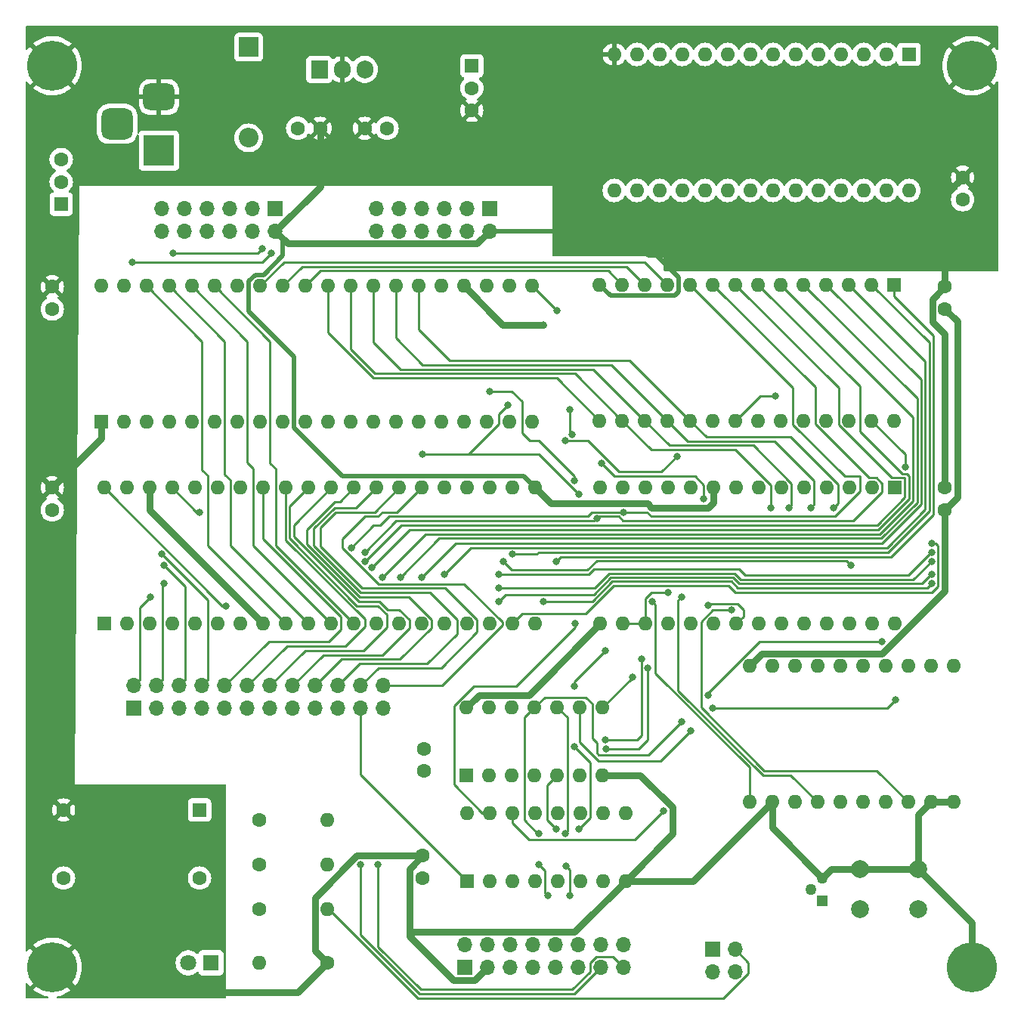
<source format=gbr>
%TF.GenerationSoftware,KiCad,Pcbnew,7.0.2*%
%TF.CreationDate,2023-05-29T20:29:47-07:00*%
%TF.ProjectId,Test6502_project,54657374-3635-4303-925f-70726f6a6563,rev?*%
%TF.SameCoordinates,Original*%
%TF.FileFunction,Copper,L2,Bot*%
%TF.FilePolarity,Positive*%
%FSLAX46Y46*%
G04 Gerber Fmt 4.6, Leading zero omitted, Abs format (unit mm)*
G04 Created by KiCad (PCBNEW 7.0.2) date 2023-05-29 20:29:47*
%MOMM*%
%LPD*%
G01*
G04 APERTURE LIST*
G04 Aperture macros list*
%AMRoundRect*
0 Rectangle with rounded corners*
0 $1 Rounding radius*
0 $2 $3 $4 $5 $6 $7 $8 $9 X,Y pos of 4 corners*
0 Add a 4 corners polygon primitive as box body*
4,1,4,$2,$3,$4,$5,$6,$7,$8,$9,$2,$3,0*
0 Add four circle primitives for the rounded corners*
1,1,$1+$1,$2,$3*
1,1,$1+$1,$4,$5*
1,1,$1+$1,$6,$7*
1,1,$1+$1,$8,$9*
0 Add four rect primitives between the rounded corners*
20,1,$1+$1,$2,$3,$4,$5,0*
20,1,$1+$1,$4,$5,$6,$7,0*
20,1,$1+$1,$6,$7,$8,$9,0*
20,1,$1+$1,$8,$9,$2,$3,0*%
G04 Aperture macros list end*
%TA.AperFunction,ComponentPad*%
%ADD10C,1.600000*%
%TD*%
%TA.AperFunction,ComponentPad*%
%ADD11C,5.600000*%
%TD*%
%TA.AperFunction,ComponentPad*%
%ADD12O,1.600000X1.600000*%
%TD*%
%TA.AperFunction,ComponentPad*%
%ADD13R,2.200000X2.200000*%
%TD*%
%TA.AperFunction,ComponentPad*%
%ADD14O,2.200000X2.200000*%
%TD*%
%TA.AperFunction,ComponentPad*%
%ADD15R,1.600000X1.600000*%
%TD*%
%TA.AperFunction,ComponentPad*%
%ADD16R,1.700000X1.700000*%
%TD*%
%TA.AperFunction,ComponentPad*%
%ADD17O,1.700000X1.700000*%
%TD*%
%TA.AperFunction,ComponentPad*%
%ADD18R,3.500000X3.500000*%
%TD*%
%TA.AperFunction,ComponentPad*%
%ADD19RoundRect,0.750000X-1.000000X0.750000X-1.000000X-0.750000X1.000000X-0.750000X1.000000X0.750000X0*%
%TD*%
%TA.AperFunction,ComponentPad*%
%ADD20RoundRect,0.875000X-0.875000X0.875000X-0.875000X-0.875000X0.875000X-0.875000X0.875000X0.875000X0*%
%TD*%
%TA.AperFunction,ComponentPad*%
%ADD21R,1.270000X1.270000*%
%TD*%
%TA.AperFunction,ComponentPad*%
%ADD22C,1.270000*%
%TD*%
%TA.AperFunction,ComponentPad*%
%ADD23C,2.000000*%
%TD*%
%TA.AperFunction,ComponentPad*%
%ADD24R,1.800000X1.800000*%
%TD*%
%TA.AperFunction,ComponentPad*%
%ADD25C,1.800000*%
%TD*%
%TA.AperFunction,ComponentPad*%
%ADD26R,1.905000X2.000000*%
%TD*%
%TA.AperFunction,ComponentPad*%
%ADD27O,1.905000X2.000000*%
%TD*%
%TA.AperFunction,ViaPad*%
%ADD28C,0.800000*%
%TD*%
%TA.AperFunction,Conductor*%
%ADD29C,0.250000*%
%TD*%
%TA.AperFunction,Conductor*%
%ADD30C,0.762000*%
%TD*%
%TA.AperFunction,Conductor*%
%ADD31C,0.508000*%
%TD*%
G04 APERTURE END LIST*
D10*
%TO.P,C7,1*%
%TO.N,+5V*%
X123000000Y-40000000D03*
%TO.P,C7,2*%
%TO.N,GND*%
X123000000Y-37500000D03*
%TD*%
D11*
%TO.P,H2,1,1*%
%TO.N,GND*%
X21000000Y-126000000D03*
%TD*%
D10*
%TO.P,R2,1*%
%TO.N,+5V*%
X44190000Y-114500000D03*
D12*
%TO.P,R2,2*%
%TO.N,Net-(6502CPU1-BE)*%
X51810000Y-114500000D03*
%TD*%
D10*
%TO.P,C5,1*%
%TO.N,+5V*%
X62660000Y-104000000D03*
%TO.P,C5,2*%
%TO.N,GND*%
X62660000Y-101500000D03*
%TD*%
D13*
%TO.P,D2,1,K*%
%TO.N,Net-(D2-K)*%
X43000000Y-22920000D03*
D14*
%TO.P,D2,2,A*%
%TO.N,Net-(D2-A)*%
X43000000Y-33080000D03*
%TD*%
D10*
%TO.P,C4,1*%
%TO.N,+5V*%
X121000000Y-74760000D03*
%TO.P,C4,2*%
%TO.N,GND*%
X121000000Y-72260000D03*
%TD*%
%TO.P,C3,1*%
%TO.N,+5V*%
X21000000Y-74760000D03*
%TO.P,C3,2*%
%TO.N,GND*%
X21000000Y-72260000D03*
%TD*%
D15*
%TO.P,ACIA1,1,VSS*%
%TO.N,GND*%
X115400000Y-72260000D03*
D12*
%TO.P,ACIA1,2,CS1*%
%TO.N,+5V*%
X112860000Y-72260000D03*
%TO.P,ACIA1,3,~{CS2}*%
%TO.N,/~{IO1}*%
X110320000Y-72260000D03*
%TO.P,ACIA1,4,~{RES}*%
%TO.N,/~{RES}*%
X107780000Y-72260000D03*
%TO.P,ACIA1,5,RxC*%
%TO.N,unconnected-(ACIA1-RxC-Pad5)*%
X105240000Y-72260000D03*
%TO.P,ACIA1,6,XTAL1*%
%TO.N,/CLK*%
X102700000Y-72260000D03*
%TO.P,ACIA1,7,XTAL2*%
%TO.N,unconnected-(ACIA1-XTAL2-Pad7)*%
X100160000Y-72260000D03*
%TO.P,ACIA1,8,~{RTS}*%
%TO.N,/~{ACIA_RTS}*%
X97620000Y-72260000D03*
%TO.P,ACIA1,9,~{CTS}*%
%TO.N,GND*%
X95080000Y-72260000D03*
%TO.P,ACIA1,10,TxD*%
%TO.N,/ACIA_TX*%
X92540000Y-72260000D03*
%TO.P,ACIA1,11,~{DTR}*%
%TO.N,Net-(ACIA1-~{DCD})*%
X90000000Y-72260000D03*
%TO.P,ACIA1,12,RxD*%
%TO.N,/ACIA_RX*%
X87460000Y-72260000D03*
%TO.P,ACIA1,13,RS0*%
%TO.N,/A0*%
X84920000Y-72260000D03*
%TO.P,ACIA1,14,RS1*%
%TO.N,/A1*%
X82380000Y-72260000D03*
%TO.P,ACIA1,15,VCC*%
%TO.N,+5V*%
X82380000Y-87500000D03*
%TO.P,ACIA1,16,~{DCD}*%
%TO.N,Net-(ACIA1-~{DCD})*%
X84920000Y-87500000D03*
%TO.P,ACIA1,17,~{DSR}*%
X87460000Y-87500000D03*
%TO.P,ACIA1,18,D0*%
%TO.N,/D0*%
X90000000Y-87500000D03*
%TO.P,ACIA1,19,D1*%
%TO.N,/D1*%
X92540000Y-87500000D03*
%TO.P,ACIA1,20,D2*%
%TO.N,/D2*%
X95080000Y-87500000D03*
%TO.P,ACIA1,21,D3*%
%TO.N,/D3*%
X97620000Y-87500000D03*
%TO.P,ACIA1,22,D4*%
%TO.N,/D4*%
X100160000Y-87500000D03*
%TO.P,ACIA1,23,D5*%
%TO.N,/D5*%
X102700000Y-87500000D03*
%TO.P,ACIA1,24,D6*%
%TO.N,/D6*%
X105240000Y-87500000D03*
%TO.P,ACIA1,25,D7*%
%TO.N,/D7*%
X107780000Y-87500000D03*
%TO.P,ACIA1,26,~{IRQ}*%
%TO.N,/~{ACIAIRQ}*%
X110320000Y-87500000D03*
%TO.P,ACIA1,27,\u03D52*%
%TO.N,/CLK*%
X112860000Y-87500000D03*
%TO.P,ACIA1,28,R/~{W}*%
%TO.N,/R{slash}~{W}*%
X115400000Y-87500000D03*
%TD*%
D16*
%TO.P,J3,1,Pin_1*%
%TO.N,+5V*%
X70000000Y-40960000D03*
D17*
%TO.P,J3,2,Pin_2*%
%TO.N,GND*%
X70000000Y-43500000D03*
%TO.P,J3,3,Pin_3*%
%TO.N,/CB1*%
X67460000Y-40960000D03*
%TO.P,J3,4,Pin_4*%
%TO.N,/CB2*%
X67460000Y-43500000D03*
%TO.P,J3,5,Pin_5*%
%TO.N,/PB0*%
X64920000Y-40960000D03*
%TO.P,J3,6,Pin_6*%
%TO.N,/PB7*%
X64920000Y-43500000D03*
%TO.P,J3,7,Pin_7*%
%TO.N,/PB1*%
X62380000Y-40960000D03*
%TO.P,J3,8,Pin_8*%
%TO.N,/PB6*%
X62380000Y-43500000D03*
%TO.P,J3,9,Pin_9*%
%TO.N,/PB2*%
X59840000Y-40960000D03*
%TO.P,J3,10,Pin_10*%
%TO.N,/PB5*%
X59840000Y-43500000D03*
%TO.P,J3,11,Pin_11*%
%TO.N,/PB3*%
X57300000Y-40960000D03*
%TO.P,J3,12,Pin_12*%
%TO.N,/PB4*%
X57300000Y-43500000D03*
%TD*%
D15*
%TO.P,SW_ROM_SEL1,1,A*%
%TO.N,+5V*%
X68000000Y-25000000D03*
D10*
%TO.P,SW_ROM_SEL1,2,B*%
%TO.N,/ROM_SEL*%
X68000000Y-27500000D03*
%TO.P,SW_ROM_SEL1,3,C*%
%TO.N,GND*%
X68000000Y-30000000D03*
%TD*%
%TO.P,C2,1*%
%TO.N,+5V*%
X121000000Y-52260000D03*
%TO.P,C2,2*%
%TO.N,GND*%
X121000000Y-49760000D03*
%TD*%
D15*
%TO.P,74LS138,1,A0*%
%TO.N,/A10*%
X67425000Y-116320000D03*
D12*
%TO.P,74LS138,2,A1*%
%TO.N,/A11*%
X69965000Y-116320000D03*
%TO.P,74LS138,3,A2*%
%TO.N,/A12*%
X72505000Y-116320000D03*
%TO.P,74LS138,4,E1*%
%TO.N,/A13*%
X75045000Y-116320000D03*
%TO.P,74LS138,5,E2*%
%TO.N,/A14*%
X77585000Y-116320000D03*
%TO.P,74LS138,6,E3*%
%TO.N,/A15*%
X80125000Y-116320000D03*
%TO.P,74LS138,7,O7*%
%TO.N,/~{IO7}*%
X82665000Y-116320000D03*
%TO.P,74LS138,8,GND*%
%TO.N,GND*%
X85205000Y-116320000D03*
%TO.P,74LS138,9,O6*%
%TO.N,/~{IO6}*%
X85205000Y-108700000D03*
%TO.P,74LS138,10,O5*%
%TO.N,/~{IO5}*%
X82665000Y-108700000D03*
%TO.P,74LS138,11,O4*%
%TO.N,/~{IO4}*%
X80125000Y-108700000D03*
%TO.P,74LS138,12,O3*%
%TO.N,/~{IO3}*%
X77585000Y-108700000D03*
%TO.P,74LS138,13,O2*%
%TO.N,/~{IO2}*%
X75045000Y-108700000D03*
%TO.P,74LS138,14,O1*%
%TO.N,/~{IO1}*%
X72505000Y-108700000D03*
%TO.P,74LS138,15,O0*%
%TO.N,/~{IO0}*%
X69965000Y-108700000D03*
%TO.P,74LS138,16,VCC*%
%TO.N,+5V*%
X67425000Y-108700000D03*
%TD*%
D15*
%TO.P,6502CPU1,1,~{VP}*%
%TO.N,unconnected-(6502CPU1-~{VP}-Pad1)*%
X26820000Y-87500000D03*
D12*
%TO.P,6502CPU1,2,RDY*%
%TO.N,Net-(6502CPU1-RDY)*%
X29360000Y-87500000D03*
%TO.P,6502CPU1,3,\u03D51*%
%TO.N,unconnected-(6502CPU1-\u03D51-Pad3)*%
X31900000Y-87500000D03*
%TO.P,6502CPU1,4,~{IRQ}*%
%TO.N,/~{IRQ}*%
X34440000Y-87500000D03*
%TO.P,6502CPU1,5,~{ML}*%
%TO.N,unconnected-(6502CPU1-~{ML}-Pad5)*%
X36980000Y-87500000D03*
%TO.P,6502CPU1,6,~{NMI}*%
%TO.N,/~{NMI}*%
X39520000Y-87500000D03*
%TO.P,6502CPU1,7,SYNC*%
%TO.N,unconnected-(6502CPU1-SYNC-Pad7)*%
X42060000Y-87500000D03*
%TO.P,6502CPU1,8,VDD*%
%TO.N,+5V*%
X44600000Y-87500000D03*
%TO.P,6502CPU1,9,A0*%
%TO.N,/A0*%
X47140000Y-87500000D03*
%TO.P,6502CPU1,10,A1*%
%TO.N,/A1*%
X49680000Y-87500000D03*
%TO.P,6502CPU1,11,A2*%
%TO.N,/A2*%
X52220000Y-87500000D03*
%TO.P,6502CPU1,12,A3*%
%TO.N,/A3*%
X54760000Y-87500000D03*
%TO.P,6502CPU1,13,A4*%
%TO.N,/A4*%
X57300000Y-87500000D03*
%TO.P,6502CPU1,14,A5*%
%TO.N,/A5*%
X59840000Y-87500000D03*
%TO.P,6502CPU1,15,A6*%
%TO.N,/A6*%
X62380000Y-87500000D03*
%TO.P,6502CPU1,16,A7*%
%TO.N,/A7*%
X64920000Y-87500000D03*
%TO.P,6502CPU1,17,A8*%
%TO.N,/A8*%
X67460000Y-87500000D03*
%TO.P,6502CPU1,18,A9*%
%TO.N,/A9*%
X70000000Y-87500000D03*
%TO.P,6502CPU1,19,A10*%
%TO.N,/A10*%
X72540000Y-87500000D03*
%TO.P,6502CPU1,20,A11*%
%TO.N,/A11*%
X75080000Y-87500000D03*
%TO.P,6502CPU1,21,VSS*%
%TO.N,GND*%
X75080000Y-72260000D03*
%TO.P,6502CPU1,22,A12*%
%TO.N,/A12*%
X72540000Y-72260000D03*
%TO.P,6502CPU1,23,A13*%
%TO.N,/A13*%
X70000000Y-72260000D03*
%TO.P,6502CPU1,24,A14*%
%TO.N,/A14*%
X67460000Y-72260000D03*
%TO.P,6502CPU1,25,A15*%
%TO.N,/A15*%
X64920000Y-72260000D03*
%TO.P,6502CPU1,26,D7*%
%TO.N,/D7*%
X62380000Y-72260000D03*
%TO.P,6502CPU1,27,D6*%
%TO.N,/D6*%
X59840000Y-72260000D03*
%TO.P,6502CPU1,28,D5*%
%TO.N,/D5*%
X57300000Y-72260000D03*
%TO.P,6502CPU1,29,D4*%
%TO.N,/D4*%
X54760000Y-72260000D03*
%TO.P,6502CPU1,30,D3*%
%TO.N,/D3*%
X52220000Y-72260000D03*
%TO.P,6502CPU1,31,D2*%
%TO.N,/D2*%
X49680000Y-72260000D03*
%TO.P,6502CPU1,32,D1*%
%TO.N,/D1*%
X47140000Y-72260000D03*
%TO.P,6502CPU1,33,D0*%
%TO.N,/D0*%
X44600000Y-72260000D03*
%TO.P,6502CPU1,34,R/~{W}*%
%TO.N,/R{slash}~{W}*%
X42060000Y-72260000D03*
%TO.P,6502CPU1,35,nc*%
%TO.N,unconnected-(6502CPU1-nc-Pad35)*%
X39520000Y-72260000D03*
%TO.P,6502CPU1,36,BE*%
%TO.N,Net-(6502CPU1-BE)*%
X36980000Y-72260000D03*
%TO.P,6502CPU1,37,\u03D50*%
%TO.N,/CLK*%
X34440000Y-72260000D03*
%TO.P,6502CPU1,38,~{SO}*%
%TO.N,+5V*%
X31900000Y-72260000D03*
%TO.P,6502CPU1,39,\u03D52*%
%TO.N,unconnected-(6502CPU1-\u03D52-Pad39)*%
X29360000Y-72260000D03*
%TO.P,6502CPU1,40,~{RES}*%
%TO.N,/~{RES}*%
X26820000Y-72260000D03*
%TD*%
D15*
%TO.P,SW_PWR1,1,A*%
%TO.N,Net-(D2-A)*%
X22000000Y-40500000D03*
D10*
%TO.P,SW_PWR1,2,B*%
%TO.N,Net-(SW_PWR1-B)*%
X22000000Y-38000000D03*
%TO.P,SW_PWR1,3,C*%
%TO.N,unconnected-(SW_PWR1-C-Pad3)*%
X22000000Y-35500000D03*
%TD*%
D16*
%TO.P,J1,1,Pin_1*%
%TO.N,/~{NMI}*%
X94960000Y-124000000D03*
D17*
%TO.P,J1,2,Pin_2*%
%TO.N,/~{ACIAIRQ}*%
X97500000Y-124000000D03*
%TO.P,J1,3,Pin_3*%
%TO.N,/~{IRQ}*%
X94960000Y-126540000D03*
%TO.P,J1,4,Pin_4*%
%TO.N,/~{VIAIRQ}*%
X97500000Y-126540000D03*
%TD*%
D15*
%TO.P,CLK1,1,EN*%
%TO.N,unconnected-(CLK1-EN-Pad1)*%
X37500000Y-108380000D03*
D10*
%TO.P,CLK1,7,GND*%
%TO.N,GND*%
X22260000Y-108380000D03*
%TO.P,CLK1,8,OUT*%
%TO.N,/CLK*%
X22260000Y-116000000D03*
%TO.P,CLK1,14,Vcc*%
%TO.N,+5V*%
X37500000Y-116000000D03*
%TD*%
%TO.P,R4,1*%
%TO.N,GND*%
X51810000Y-125500000D03*
D12*
%TO.P,R4,2*%
%TO.N,Net-(D1-K)*%
X44190000Y-125500000D03*
%TD*%
D11*
%TO.P,H4,1,1*%
%TO.N,GND*%
X124000000Y-126000000D03*
%TD*%
%TO.P,H3,1,1*%
%TO.N,GND*%
X124000000Y-25000000D03*
%TD*%
D18*
%TO.P,J5,1*%
%TO.N,Net-(SW_PWR1-B)*%
X32957500Y-34500000D03*
D19*
%TO.P,J5,2*%
%TO.N,GND*%
X32957500Y-28500000D03*
D20*
%TO.P,J5,3*%
%TO.N,N/C*%
X28257500Y-31500000D03*
%TD*%
D16*
%TO.P,J7,1,Pin_1*%
%TO.N,+5V*%
X67220000Y-126000000D03*
D17*
%TO.P,J7,2,Pin_2*%
%TO.N,/~{IO0}*%
X67220000Y-123460000D03*
%TO.P,J7,3,Pin_3*%
%TO.N,GND*%
X69760000Y-126000000D03*
%TO.P,J7,4,Pin_4*%
%TO.N,/~{IO1}*%
X69760000Y-123460000D03*
%TO.P,J7,5,Pin_5*%
%TO.N,/CLK*%
X72300000Y-126000000D03*
%TO.P,J7,6,Pin_6*%
%TO.N,/~{IO2}*%
X72300000Y-123460000D03*
%TO.P,J7,7,Pin_7*%
%TO.N,/~{RES}*%
X74840000Y-126000000D03*
%TO.P,J7,8,Pin_8*%
%TO.N,/~{IO3}*%
X74840000Y-123460000D03*
%TO.P,J7,9,Pin_9*%
%TO.N,/~{RAMWE}*%
X77380000Y-126000000D03*
%TO.P,J7,10,Pin_10*%
%TO.N,/~{IO4}*%
X77380000Y-123460000D03*
%TO.P,J7,11,Pin_11*%
%TO.N,/R{slash}~{W}*%
X79920000Y-126000000D03*
%TO.P,J7,12,Pin_12*%
%TO.N,/~{IO5}*%
X79920000Y-123460000D03*
%TO.P,J7,13,Pin_13*%
%TO.N,/~{NMI}*%
X82460000Y-126000000D03*
%TO.P,J7,14,Pin_14*%
%TO.N,/~{IO6}*%
X82460000Y-123460000D03*
%TO.P,J7,15,Pin_15*%
%TO.N,/~{IRQ}*%
X85000000Y-126000000D03*
%TO.P,J7,16,Pin_16*%
%TO.N,/~{IO7}*%
X85000000Y-123460000D03*
%TD*%
D15*
%TO.P,U6,1*%
%TO.N,/A15*%
X67420000Y-104500000D03*
D12*
%TO.P,U6,2*%
X69960000Y-104500000D03*
%TO.P,U6,3*%
%TO.N,/~{ROMCS}*%
X72500000Y-104500000D03*
%TO.P,U6,4*%
%TO.N,/A14*%
X75040000Y-104500000D03*
%TO.P,U6,5*%
X77580000Y-104500000D03*
%TO.P,U6,6*%
%TO.N,/~{ROMOE}*%
X80120000Y-104500000D03*
%TO.P,U6,7,GND*%
%TO.N,GND*%
X82660000Y-104500000D03*
%TO.P,U6,8*%
%TO.N,/~{RAMOE}*%
X82660000Y-96880000D03*
%TO.P,U6,9*%
%TO.N,/R{slash}~{W}*%
X80120000Y-96880000D03*
%TO.P,U6,10*%
X77580000Y-96880000D03*
%TO.P,U6,11*%
%TO.N,/~{RAMWE}*%
X75040000Y-96880000D03*
%TO.P,U6,12*%
%TO.N,/~{RAMOE}*%
X72500000Y-96880000D03*
%TO.P,U6,13*%
%TO.N,/CLK*%
X69960000Y-96880000D03*
%TO.P,U6,14,VCC*%
%TO.N,+5V*%
X67420000Y-96880000D03*
%TD*%
D21*
%TO.P,DS1813,1,\u002ARST*%
%TO.N,/~{RES}*%
X107270000Y-118540000D03*
D22*
%TO.P,DS1813,2,VCC*%
%TO.N,+5V*%
X106000000Y-117270000D03*
%TO.P,DS1813,3,GND*%
%TO.N,GND*%
X107270000Y-116000000D03*
%TD*%
D10*
%TO.P,R1,1*%
%TO.N,+5V*%
X44190000Y-109500000D03*
D12*
%TO.P,R1,2*%
%TO.N,Net-(6502CPU1-RDY)*%
X51810000Y-109500000D03*
%TD*%
D15*
%TO.P,ROM1,1,A14*%
%TO.N,/ROM_SEL*%
X116980000Y-23730000D03*
D12*
%TO.P,ROM1,2,A12*%
%TO.N,/A12*%
X114440000Y-23730000D03*
%TO.P,ROM1,3,A7*%
%TO.N,/A7*%
X111900000Y-23730000D03*
%TO.P,ROM1,4,A6*%
%TO.N,/A6*%
X109360000Y-23730000D03*
%TO.P,ROM1,5,A5*%
%TO.N,/A5*%
X106820000Y-23730000D03*
%TO.P,ROM1,6,A4*%
%TO.N,/A4*%
X104280000Y-23730000D03*
%TO.P,ROM1,7,A3*%
%TO.N,/A3*%
X101740000Y-23730000D03*
%TO.P,ROM1,8,A2*%
%TO.N,/A2*%
X99200000Y-23730000D03*
%TO.P,ROM1,9,A1*%
%TO.N,/A1*%
X96660000Y-23730000D03*
%TO.P,ROM1,10,A0*%
%TO.N,/A0*%
X94120000Y-23730000D03*
%TO.P,ROM1,11,D0*%
%TO.N,/D0*%
X91580000Y-23730000D03*
%TO.P,ROM1,12,D1*%
%TO.N,/D1*%
X89040000Y-23730000D03*
%TO.P,ROM1,13,D2*%
%TO.N,/D2*%
X86500000Y-23730000D03*
%TO.P,ROM1,14,GND*%
%TO.N,GND*%
X83960000Y-23730000D03*
%TO.P,ROM1,15,D3*%
%TO.N,/D3*%
X83960000Y-38970000D03*
%TO.P,ROM1,16,D4*%
%TO.N,/D4*%
X86500000Y-38970000D03*
%TO.P,ROM1,17,D5*%
%TO.N,/D5*%
X89040000Y-38970000D03*
%TO.P,ROM1,18,D6*%
%TO.N,/D6*%
X91580000Y-38970000D03*
%TO.P,ROM1,19,D7*%
%TO.N,/D7*%
X94120000Y-38970000D03*
%TO.P,ROM1,20,~{CS}*%
%TO.N,/~{ROMCS}*%
X96660000Y-38970000D03*
%TO.P,ROM1,21,A10*%
%TO.N,/A10*%
X99200000Y-38970000D03*
%TO.P,ROM1,22,~{OE}*%
%TO.N,/~{ROMOE}*%
X101740000Y-38970000D03*
%TO.P,ROM1,23,A11*%
%TO.N,/A11*%
X104280000Y-38970000D03*
%TO.P,ROM1,24,A9*%
%TO.N,/A9*%
X106820000Y-38970000D03*
%TO.P,ROM1,25,A8*%
%TO.N,/A8*%
X109360000Y-38970000D03*
%TO.P,ROM1,26,A13*%
%TO.N,/A13*%
X111900000Y-38970000D03*
%TO.P,ROM1,27,~{WE}*%
%TO.N,+5V*%
X114440000Y-38970000D03*
%TO.P,ROM1,28,VCC*%
X116980000Y-38970000D03*
%TD*%
D23*
%TO.P,SW_RES1,1,1*%
%TO.N,GND*%
X111500000Y-115000000D03*
X118000000Y-115000000D03*
%TO.P,SW_RES1,2,2*%
%TO.N,/~{RES}*%
X111500000Y-119500000D03*
X118000000Y-119500000D03*
%TD*%
D12*
%TO.P,VIA1,40,CA1*%
%TO.N,/CA1*%
X26486481Y-49674940D03*
%TO.P,VIA1,39,CA2*%
%TO.N,/CA2*%
X29026481Y-49674940D03*
%TO.P,VIA1,38,RS0*%
%TO.N,/A0*%
X31566481Y-49674940D03*
%TO.P,VIA1,37,RS1*%
%TO.N,/A1*%
X34106481Y-49674940D03*
%TO.P,VIA1,36,RS2*%
%TO.N,/A2*%
X36646481Y-49674940D03*
%TO.P,VIA1,35,RS3*%
%TO.N,/A3*%
X39186481Y-49674940D03*
%TO.P,VIA1,34,~{RES}*%
%TO.N,/~{RES}*%
X41726481Y-49674940D03*
%TO.P,VIA1,33,D0*%
%TO.N,/D0*%
X44266481Y-49674940D03*
%TO.P,VIA1,32,D1*%
%TO.N,/D1*%
X46806481Y-49674940D03*
%TO.P,VIA1,31,D2*%
%TO.N,/D2*%
X49346481Y-49674940D03*
%TO.P,VIA1,30,D3*%
%TO.N,/D3*%
X51886481Y-49674940D03*
%TO.P,VIA1,29,D4*%
%TO.N,/D4*%
X54426481Y-49674940D03*
%TO.P,VIA1,28,D5*%
%TO.N,/D5*%
X56966481Y-49674940D03*
%TO.P,VIA1,27,D6*%
%TO.N,/D6*%
X59506481Y-49674940D03*
%TO.P,VIA1,26,D7*%
%TO.N,/D7*%
X62046481Y-49674940D03*
%TO.P,VIA1,25,\u03D52*%
%TO.N,/CLK*%
X64586481Y-49674940D03*
%TO.P,VIA1,24,CS1*%
%TO.N,+5V*%
X67126481Y-49674940D03*
%TO.P,VIA1,23,~{CS2}*%
%TO.N,/~{IO0}*%
X69666481Y-49674940D03*
%TO.P,VIA1,22,R/~{W}*%
%TO.N,/R{slash}~{W}*%
X72206481Y-49674940D03*
%TO.P,VIA1,21,~{IRQ}*%
%TO.N,/~{VIAIRQ}*%
X74746481Y-49674940D03*
%TO.P,VIA1,20,VCC*%
%TO.N,+5V*%
X74746481Y-64914940D03*
%TO.P,VIA1,19,CB2*%
%TO.N,/CB2*%
X72206481Y-64914940D03*
%TO.P,VIA1,18,CB1*%
%TO.N,/CB1*%
X69666481Y-64914940D03*
%TO.P,VIA1,17,PB7*%
%TO.N,/PB7*%
X67126481Y-64914940D03*
%TO.P,VIA1,16,PB6*%
%TO.N,/PB6*%
X64586481Y-64914940D03*
%TO.P,VIA1,15,PB5*%
%TO.N,/PB5*%
X62046481Y-64914940D03*
%TO.P,VIA1,14,PB4*%
%TO.N,/PB4*%
X59506481Y-64914940D03*
%TO.P,VIA1,13,PB3*%
%TO.N,/PB3*%
X56966481Y-64914940D03*
%TO.P,VIA1,12,PB2*%
%TO.N,/PB2*%
X54426481Y-64914940D03*
%TO.P,VIA1,11,PB1*%
%TO.N,/PB1*%
X51886481Y-64914940D03*
%TO.P,VIA1,10,PB0*%
%TO.N,/PB0*%
X49346481Y-64914940D03*
%TO.P,VIA1,9,PA7*%
%TO.N,/PA7*%
X46806481Y-64914940D03*
%TO.P,VIA1,8,PA6*%
%TO.N,/PA6*%
X44266481Y-64914940D03*
%TO.P,VIA1,7,PA5*%
%TO.N,/PA5*%
X41726481Y-64914940D03*
%TO.P,VIA1,6,PA4*%
%TO.N,/PA4*%
X39186481Y-64914940D03*
%TO.P,VIA1,5,PA3*%
%TO.N,/PA3*%
X36646481Y-64914940D03*
%TO.P,VIA1,4,PA2*%
%TO.N,/PA2*%
X34106481Y-64914940D03*
%TO.P,VIA1,3,PA1*%
%TO.N,/PA1*%
X31566481Y-64914940D03*
%TO.P,VIA1,2,PA0*%
%TO.N,/PA0*%
X29026481Y-64914940D03*
D15*
%TO.P,VIA1,1,VSS*%
%TO.N,GND*%
X26486481Y-64914940D03*
%TD*%
D24*
%TO.P,D1,1,K*%
%TO.N,Net-(D1-K)*%
X38775000Y-125500000D03*
D25*
%TO.P,D1,2,A*%
%TO.N,+5V*%
X36235000Y-125500000D03*
%TD*%
D10*
%TO.P,C6,1*%
%TO.N,+5V*%
X62500000Y-116000000D03*
%TO.P,C6,2*%
%TO.N,GND*%
X62500000Y-113500000D03*
%TD*%
D16*
%TO.P,J6,1,Pin_1*%
%TO.N,/A0*%
X30140000Y-97000000D03*
D17*
%TO.P,J6,2,Pin_2*%
%TO.N,/A12*%
X30140000Y-94460000D03*
%TO.P,J6,3,Pin_3*%
%TO.N,/A1*%
X32680000Y-97000000D03*
%TO.P,J6,4,Pin_4*%
%TO.N,/A13*%
X32680000Y-94460000D03*
%TO.P,J6,5,Pin_5*%
%TO.N,/A2*%
X35220000Y-97000000D03*
%TO.P,J6,6,Pin_6*%
%TO.N,/A14*%
X35220000Y-94460000D03*
%TO.P,J6,7,Pin_7*%
%TO.N,/A3*%
X37760000Y-97000000D03*
%TO.P,J6,8,Pin_8*%
%TO.N,/A15*%
X37760000Y-94460000D03*
%TO.P,J6,9,Pin_9*%
%TO.N,/A4*%
X40300000Y-97000000D03*
%TO.P,J6,10,Pin_10*%
%TO.N,/D0*%
X40300000Y-94460000D03*
%TO.P,J6,11,Pin_11*%
%TO.N,/A5*%
X42840000Y-97000000D03*
%TO.P,J6,12,Pin_12*%
%TO.N,/D1*%
X42840000Y-94460000D03*
%TO.P,J6,13,Pin_13*%
%TO.N,/A6*%
X45380000Y-97000000D03*
%TO.P,J6,14,Pin_14*%
%TO.N,/D2*%
X45380000Y-94460000D03*
%TO.P,J6,15,Pin_15*%
%TO.N,/A7*%
X47920000Y-97000000D03*
%TO.P,J6,16,Pin_16*%
%TO.N,/D3*%
X47920000Y-94460000D03*
%TO.P,J6,17,Pin_17*%
%TO.N,/A8*%
X50460000Y-97000000D03*
%TO.P,J6,18,Pin_18*%
%TO.N,/D4*%
X50460000Y-94460000D03*
%TO.P,J6,19,Pin_19*%
%TO.N,/A9*%
X53000000Y-97000000D03*
%TO.P,J6,20,Pin_20*%
%TO.N,/D5*%
X53000000Y-94460000D03*
%TO.P,J6,21,Pin_21*%
%TO.N,/A10*%
X55540000Y-97000000D03*
%TO.P,J6,22,Pin_22*%
%TO.N,/D6*%
X55540000Y-94460000D03*
%TO.P,J6,23,Pin_23*%
%TO.N,/A11*%
X58080000Y-97000000D03*
%TO.P,J6,24,Pin_24*%
%TO.N,/D7*%
X58080000Y-94460000D03*
%TD*%
D15*
%TO.P,RAM1,1,A14*%
%TO.N,/A14*%
X115320000Y-49520000D03*
D12*
%TO.P,RAM1,2,A12*%
%TO.N,/A12*%
X112780000Y-49520000D03*
%TO.P,RAM1,3,A7*%
%TO.N,/A7*%
X110240000Y-49520000D03*
%TO.P,RAM1,4,A6*%
%TO.N,/A6*%
X107700000Y-49520000D03*
%TO.P,RAM1,5,A5*%
%TO.N,/A5*%
X105160000Y-49520000D03*
%TO.P,RAM1,6,A4*%
%TO.N,/A4*%
X102620000Y-49520000D03*
%TO.P,RAM1,7,A3*%
%TO.N,/A3*%
X100080000Y-49520000D03*
%TO.P,RAM1,8,A2*%
%TO.N,/A2*%
X97540000Y-49520000D03*
%TO.P,RAM1,9,A1*%
%TO.N,/A1*%
X95000000Y-49520000D03*
%TO.P,RAM1,10,A0*%
%TO.N,/A0*%
X92460000Y-49520000D03*
%TO.P,RAM1,11,Q0*%
%TO.N,/D0*%
X89920000Y-49520000D03*
%TO.P,RAM1,12,Q1*%
%TO.N,/D1*%
X87380000Y-49520000D03*
%TO.P,RAM1,13,Q2*%
%TO.N,/D2*%
X84840000Y-49520000D03*
%TO.P,RAM1,14,GND*%
%TO.N,GND*%
X82300000Y-49520000D03*
%TO.P,RAM1,15,Q3*%
%TO.N,/D3*%
X82300000Y-64760000D03*
%TO.P,RAM1,16,Q4*%
%TO.N,/D4*%
X84840000Y-64760000D03*
%TO.P,RAM1,17,Q5*%
%TO.N,/D5*%
X87380000Y-64760000D03*
%TO.P,RAM1,18,Q6*%
%TO.N,/D6*%
X89920000Y-64760000D03*
%TO.P,RAM1,19,Q7*%
%TO.N,/D7*%
X92460000Y-64760000D03*
%TO.P,RAM1,20,~{CS}*%
%TO.N,/A15*%
X95000000Y-64760000D03*
%TO.P,RAM1,21,A10*%
%TO.N,/A10*%
X97540000Y-64760000D03*
%TO.P,RAM1,22,~{OE}*%
%TO.N,/~{RAMOE}*%
X100080000Y-64760000D03*
%TO.P,RAM1,23,A11*%
%TO.N,/A11*%
X102620000Y-64760000D03*
%TO.P,RAM1,24,A9*%
%TO.N,/A9*%
X105160000Y-64760000D03*
%TO.P,RAM1,25,A8*%
%TO.N,/A8*%
X107700000Y-64760000D03*
%TO.P,RAM1,26,A13*%
%TO.N,/A13*%
X110240000Y-64760000D03*
%TO.P,RAM1,27,~{WE}*%
%TO.N,/~{RAMWE}*%
X112780000Y-64760000D03*
%TO.P,RAM1,28,VCC*%
%TO.N,+5V*%
X115320000Y-64760000D03*
%TD*%
D11*
%TO.P,H1,1,1*%
%TO.N,GND*%
X21000000Y-25000000D03*
%TD*%
D10*
%TO.P,R3,1*%
%TO.N,+5V*%
X44190000Y-119500000D03*
D12*
%TO.P,R3,2*%
%TO.N,/~{ACIAIRQ}*%
X51810000Y-119500000D03*
%TD*%
D26*
%TO.P,U1,1,VI*%
%TO.N,Net-(D2-K)*%
X50920000Y-25404830D03*
D27*
%TO.P,U1,2,GND*%
%TO.N,GND*%
X53460000Y-25404830D03*
%TO.P,U1,3,VO*%
%TO.N,+5V*%
X56000000Y-25404830D03*
%TD*%
D12*
%TO.P,UART1,1,Pin_1*%
%TO.N,unconnected-(UART1-Pin_1-Pad1)*%
X121960000Y-92260000D03*
%TO.P,UART1,2,Pin_2*%
%TO.N,unconnected-(UART1-Pin_2-Pad2)*%
X119420000Y-92260000D03*
%TO.P,UART1,3,Pin_3*%
%TO.N,unconnected-(UART1-Pin_3-Pad3)*%
X116880000Y-92260000D03*
%TO.P,UART1,4,Pin_4*%
%TO.N,unconnected-(UART1-Pin_4-Pad4)*%
X114340000Y-92260000D03*
%TO.P,UART1,5,Pin_5*%
%TO.N,unconnected-(UART1-Pin_5-Pad5)*%
X111800000Y-92260000D03*
%TO.P,UART1,6,Pin_6*%
%TO.N,unconnected-(UART1-Pin_6-Pad6)*%
X109260000Y-92260000D03*
%TO.P,UART1,7,Pin_7*%
%TO.N,unconnected-(UART1-Pin_7-Pad7)*%
X106720000Y-92260000D03*
%TO.P,UART1,8,Pin_8*%
%TO.N,unconnected-(UART1-Pin_8-Pad8)*%
X104180000Y-92260000D03*
%TO.P,UART1,9,Pin_9*%
%TO.N,unconnected-(UART1-Pin_9-Pad9)*%
X101640000Y-92260000D03*
%TO.P,UART1,10,Pin_10*%
%TO.N,+5V*%
X99100000Y-92260000D03*
%TO.P,UART1,11,Pin_11*%
%TO.N,/ACIA_RX*%
X99100000Y-107500000D03*
%TO.P,UART1,12,Pin_12*%
%TO.N,GND*%
X101640000Y-107500000D03*
%TO.P,UART1,13,Pin_13*%
%TO.N,unconnected-(UART1-Pin_13-Pad13)*%
X104180000Y-107500000D03*
%TO.P,UART1,14,Pin_14*%
%TO.N,/ACIA_TX*%
X106720000Y-107500000D03*
%TO.P,UART1,15,Pin_15*%
%TO.N,unconnected-(UART1-Pin_15-Pad15)*%
X109260000Y-107500000D03*
%TO.P,UART1,16,Pin_16*%
%TO.N,unconnected-(UART1-Pin_16-Pad16)*%
X111800000Y-107500000D03*
%TO.P,UART1,17,Pin_17*%
%TO.N,unconnected-(UART1-Pin_17-Pad17)*%
X114340000Y-107500000D03*
%TO.P,UART1,18,Pin_18*%
%TO.N,/~{ACIA_RTS}*%
X116880000Y-107500000D03*
%TO.P,UART1,19,Pin_19*%
%TO.N,GND*%
X119420000Y-107500000D03*
%TO.P,UART1,20,Pin_20*%
X121960000Y-107500000D03*
%TD*%
D10*
%TO.P,C8,1*%
%TO.N,Net-(D2-K)*%
X48500000Y-32000000D03*
%TO.P,C8,2*%
%TO.N,GND*%
X51000000Y-32000000D03*
%TD*%
D16*
%TO.P,J2,1,Pin_1*%
%TO.N,+5V*%
X46000000Y-41000000D03*
D17*
%TO.P,J2,2,Pin_2*%
%TO.N,GND*%
X46000000Y-43540000D03*
%TO.P,J2,3,Pin_3*%
%TO.N,/CA1*%
X43460000Y-41000000D03*
%TO.P,J2,4,Pin_4*%
%TO.N,/CA2*%
X43460000Y-43540000D03*
%TO.P,J2,5,Pin_5*%
%TO.N,/PA0*%
X40920000Y-41000000D03*
%TO.P,J2,6,Pin_6*%
%TO.N,/PA7*%
X40920000Y-43540000D03*
%TO.P,J2,7,Pin_7*%
%TO.N,/PA1*%
X38380000Y-41000000D03*
%TO.P,J2,8,Pin_8*%
%TO.N,/PA6*%
X38380000Y-43540000D03*
%TO.P,J2,9,Pin_9*%
%TO.N,/PA2*%
X35840000Y-41000000D03*
%TO.P,J2,10,Pin_10*%
%TO.N,/PA5*%
X35840000Y-43540000D03*
%TO.P,J2,11,Pin_11*%
%TO.N,/PA3*%
X33300000Y-41000000D03*
%TO.P,J2,12,Pin_12*%
%TO.N,/PA4*%
X33300000Y-43540000D03*
%TD*%
D10*
%TO.P,C1,1*%
%TO.N,+5V*%
X21000000Y-52260000D03*
%TO.P,C1,2*%
%TO.N,GND*%
X21000000Y-49760000D03*
%TD*%
%TO.P,C9,1*%
%TO.N,+5V*%
X58500000Y-32000000D03*
%TO.P,C9,2*%
%TO.N,GND*%
X56000000Y-32000000D03*
%TD*%
D28*
%TO.N,/A0*%
X54512299Y-78987701D03*
X85000000Y-75000000D03*
%TO.N,/A1*%
X82000000Y-75725500D03*
X56000000Y-79500000D03*
%TO.N,/A2*%
X56024598Y-80500000D03*
%TO.N,/A3*%
X56762299Y-81237701D03*
%TO.N,/A4*%
X58000000Y-82325500D03*
%TO.N,/A5*%
X60000000Y-82325500D03*
%TO.N,/A6*%
X62380000Y-82325500D03*
%TO.N,/A7*%
X64920000Y-82000000D03*
%TO.N,/A8*%
X119500000Y-82000000D03*
X71000000Y-85000000D03*
%TO.N,/A9*%
X71000000Y-83500000D03*
X119500000Y-80500000D03*
%TO.N,/A10*%
X119500000Y-78500000D03*
X102000000Y-62000000D03*
%TO.N,/A11*%
X71000000Y-82000000D03*
X119500000Y-79500000D03*
%TO.N,/A12*%
X32000000Y-84500000D03*
X72511719Y-79724500D03*
%TO.N,/A13*%
X33500000Y-83000000D03*
X76000000Y-85000000D03*
X119500000Y-83000000D03*
%TO.N,/A14*%
X77500000Y-80500000D03*
X33500000Y-81000000D03*
X77500000Y-110500000D03*
%TO.N,/A15*%
X91000000Y-68760000D03*
X33267701Y-79732299D03*
X80000000Y-110500000D03*
X78500000Y-67000000D03*
X79500000Y-101275500D03*
%TO.N,+5V*%
X76000000Y-54000000D03*
%TO.N,/D3*%
X82500000Y-69500000D03*
X94000000Y-73500000D03*
X94482434Y-85482039D03*
%TO.N,/D4*%
X101500000Y-74500000D03*
%TO.N,/D5*%
X103500000Y-74500000D03*
%TO.N,/D6*%
X106000000Y-74500000D03*
%TO.N,/D7*%
X108500000Y-74500000D03*
%TO.N,Net-(ACIA1-~{DCD})*%
X90000000Y-84000000D03*
%TO.N,/~{IO1}*%
X89500000Y-108500000D03*
%TO.N,/~{IRQ}*%
X57500000Y-114500000D03*
%TO.N,/~{NMI}*%
X55500000Y-114500000D03*
%TO.N,/R{slash}~{W}*%
X72000000Y-63000000D03*
X92500000Y-99500000D03*
X115500000Y-96000000D03*
X79000000Y-118000000D03*
X62500000Y-68500000D03*
X78500000Y-111000000D03*
X83000000Y-90500000D03*
X78549275Y-114637394D03*
X79500000Y-94500000D03*
X80000000Y-73000000D03*
X95000000Y-97000000D03*
%TO.N,/~{RES}*%
X71500000Y-80500000D03*
X40500000Y-85500000D03*
X110500000Y-81000000D03*
%TO.N,/~{ACIA_RTS}*%
X97139500Y-86000000D03*
%TO.N,/ACIA_TX*%
X91500000Y-84500000D03*
%TO.N,/ACIA_RX*%
X88184500Y-85000000D03*
%TO.N,/~{VIAIRQ}*%
X77535771Y-52464229D03*
X79000000Y-63500000D03*
X79276207Y-66275500D03*
%TO.N,/CA1*%
X45500000Y-46000000D03*
X30000000Y-47000000D03*
%TO.N,/CA2*%
X34500000Y-46000000D03*
X44500000Y-45500000D03*
%TO.N,/~{IO0}*%
X79574500Y-87500000D03*
X79500000Y-71500000D03*
X70000000Y-61500000D03*
%TO.N,/CLK*%
X37500000Y-75000000D03*
%TO.N,/~{RAMOE}*%
X86000000Y-93500000D03*
%TO.N,/~{RAMWE}*%
X76500000Y-118000000D03*
X75500000Y-114500000D03*
X113983196Y-89483196D03*
X116539873Y-69960500D03*
X94500000Y-95500000D03*
X75500000Y-111000000D03*
X91500000Y-98500000D03*
%TO.N,/~{ROMCS}*%
X87000000Y-91500000D03*
X83000000Y-100500000D03*
%TO.N,/~{ROMOE}*%
X87724500Y-92500000D03*
X83012299Y-101512299D03*
%TD*%
D29*
%TO.N,/A0*%
X109809009Y-71000000D02*
X111500000Y-71000000D01*
X57762701Y-76500000D02*
X58762701Y-75500000D01*
X38395000Y-78755000D02*
X47140000Y-87500000D01*
X92460000Y-49520000D02*
X104000000Y-61060000D01*
X104000000Y-61060000D02*
X104000000Y-65190991D01*
X85000000Y-75000000D02*
X87660000Y-75000000D01*
X104000000Y-65190991D02*
X109809009Y-71000000D01*
X38395000Y-70895001D02*
X38395000Y-78755000D01*
X108670991Y-75500000D02*
X88160000Y-75500000D01*
X37771481Y-55879940D02*
X37771481Y-70271482D01*
X111500000Y-72670991D02*
X108670991Y-75500000D01*
X111500000Y-71000000D02*
X111500000Y-72670991D01*
X37771481Y-70271482D02*
X38395000Y-70895001D01*
X54512299Y-78987701D02*
X57000000Y-76500000D01*
X31566481Y-49674940D02*
X37771481Y-55879940D01*
X87660000Y-75000000D02*
X88160000Y-75500000D01*
X57000000Y-76500000D02*
X57762701Y-76500000D01*
X80974695Y-75500000D02*
X81474695Y-75000000D01*
X58762701Y-75500000D02*
X80974695Y-75500000D01*
X81474695Y-75000000D02*
X85000000Y-75000000D01*
%TO.N,/A1*%
X40935000Y-78755000D02*
X49680000Y-87500000D01*
X112484009Y-71135000D02*
X106500000Y-65150991D01*
X40935000Y-71435000D02*
X40935000Y-78755000D01*
X34106481Y-49674940D02*
X40311481Y-55879940D01*
X82225500Y-75500000D02*
X84474695Y-75500000D01*
X82000000Y-75725500D02*
X81725500Y-76000000D01*
X113985000Y-71794009D02*
X113325991Y-71135000D01*
X106500000Y-65150991D02*
X106500000Y-61020000D01*
X84474695Y-75500000D02*
X84924695Y-75950000D01*
X84924695Y-75950000D02*
X110760991Y-75950000D01*
X81725500Y-76000000D02*
X59500000Y-76000000D01*
X113325991Y-71135000D02*
X112484009Y-71135000D01*
X59500000Y-76000000D02*
X56000000Y-79500000D01*
X106500000Y-61020000D02*
X95000000Y-49520000D01*
X40311481Y-70811481D02*
X40935000Y-71435000D01*
X110760991Y-75950000D02*
X113985000Y-72725991D01*
X82000000Y-75725500D02*
X82225500Y-75500000D01*
X40311481Y-55879940D02*
X40311481Y-70811481D01*
X113985000Y-72725991D02*
X113985000Y-71794009D01*
%TO.N,/A2*%
X42851481Y-55879940D02*
X42851481Y-69486481D01*
X116525000Y-71135000D02*
X115024009Y-71135000D01*
X56024598Y-80500000D02*
X60074598Y-76450000D01*
X116525000Y-73385000D02*
X116525000Y-71135000D01*
X43475000Y-78755000D02*
X52220000Y-87500000D01*
X42851481Y-69486481D02*
X43475000Y-70110000D01*
X113460000Y-76450000D02*
X116525000Y-73385000D01*
X36646481Y-49674940D02*
X42851481Y-55879940D01*
X115024009Y-71135000D02*
X109115000Y-65225991D01*
X109115000Y-61095000D02*
X97540000Y-49520000D01*
X60074598Y-76450000D02*
X113460000Y-76450000D01*
X109115000Y-65225991D02*
X109115000Y-61095000D01*
X43475000Y-70110000D02*
X43475000Y-78755000D01*
%TO.N,/A3*%
X39186481Y-49674940D02*
X45391481Y-55879940D01*
X46015000Y-70150000D02*
X46015000Y-78755000D01*
X116711396Y-70685000D02*
X116198198Y-70685000D01*
X45391481Y-55879940D02*
X45391481Y-69526481D01*
X117000000Y-73546396D02*
X117000000Y-70973604D01*
X111500000Y-60940000D02*
X100080000Y-49520000D01*
X117000000Y-70973604D02*
X116711396Y-70685000D01*
X46015000Y-78755000D02*
X54760000Y-87500000D01*
X111500000Y-65986802D02*
X111500000Y-60940000D01*
X45391481Y-69526481D02*
X46015000Y-70150000D01*
X116198198Y-70685000D02*
X111500000Y-65986802D01*
X56762299Y-81237701D02*
X61000000Y-77000000D01*
X61000000Y-77000000D02*
X113546396Y-77000000D01*
X113546396Y-77000000D02*
X117000000Y-73546396D01*
%TO.N,/A4*%
X62825500Y-77500000D02*
X113682792Y-77500000D01*
X117450000Y-64350000D02*
X102620000Y-49520000D01*
X113682792Y-77500000D02*
X117450000Y-73732792D01*
X58000000Y-82325500D02*
X62825500Y-77500000D01*
X117450000Y-73732792D02*
X117450000Y-64350000D01*
%TO.N,/A5*%
X113869188Y-77950000D02*
X117900000Y-73919188D01*
X117900000Y-62260000D02*
X105160000Y-49520000D01*
X64375500Y-77950000D02*
X113869188Y-77950000D01*
X60000000Y-82325500D02*
X64375500Y-77950000D01*
X117900000Y-73919188D02*
X117900000Y-62260000D01*
%TO.N,/A6*%
X113955584Y-78500000D02*
X118350000Y-74105584D01*
X66205500Y-78500000D02*
X113955584Y-78500000D01*
X62380000Y-82325500D02*
X66205500Y-78500000D01*
X118350000Y-74105584D02*
X118350000Y-60170000D01*
X118350000Y-60170000D02*
X107700000Y-49520000D01*
%TO.N,/A7*%
X118800000Y-74700000D02*
X118800000Y-58080000D01*
X118800000Y-58080000D02*
X110240000Y-49520000D01*
X114500000Y-79000000D02*
X118800000Y-74700000D01*
X67920000Y-79000000D02*
X114500000Y-79000000D01*
X64920000Y-82000000D02*
X67920000Y-79000000D01*
%TO.N,/A8*%
X97262598Y-82325000D02*
X83572249Y-82325000D01*
X97937598Y-83000000D02*
X97262598Y-82325000D01*
X119500000Y-82000000D02*
X119474695Y-82000000D01*
X71775000Y-84225000D02*
X71000000Y-85000000D01*
X81672249Y-84225000D02*
X71775000Y-84225000D01*
X119474695Y-82000000D02*
X118474695Y-83000000D01*
X83572249Y-82325000D02*
X81672249Y-84225000D01*
X118474695Y-83000000D02*
X97937598Y-83000000D01*
%TO.N,/A9*%
X117450000Y-82550000D02*
X119500000Y-80500000D01*
X81760853Y-83500000D02*
X83385853Y-81875000D01*
X97448994Y-81875000D02*
X98123994Y-82550000D01*
X71000000Y-83500000D02*
X81760853Y-83500000D01*
X98123994Y-82550000D02*
X117450000Y-82550000D01*
X83385853Y-81875000D02*
X97448994Y-81875000D01*
%TO.N,/A10*%
X100300000Y-62000000D02*
X102000000Y-62000000D01*
X96775000Y-83275000D02*
X83895041Y-83275000D01*
X55540000Y-104435000D02*
X55540000Y-97000000D01*
X67425000Y-116320000D02*
X55540000Y-104435000D01*
X73665000Y-86375000D02*
X72540000Y-87500000D01*
X80795041Y-86375000D02*
X73665000Y-86375000D01*
X97500000Y-84000000D02*
X96775000Y-83275000D01*
X120225000Y-78725000D02*
X120225000Y-83300305D01*
X119500000Y-78500000D02*
X120000000Y-78500000D01*
X119525305Y-84000000D02*
X97500000Y-84000000D01*
X120225000Y-83300305D02*
X119525305Y-84000000D01*
X83895041Y-83275000D02*
X80795041Y-86375000D01*
X120000000Y-78500000D02*
X120225000Y-78725000D01*
X97540000Y-64760000D02*
X100300000Y-62000000D01*
%TO.N,/A11*%
X81086396Y-82000000D02*
X71000000Y-82000000D01*
X100400000Y-82100000D02*
X100000000Y-82100000D01*
X116874695Y-82100000D02*
X110000000Y-82100000D01*
X98600000Y-82100000D02*
X98500000Y-82000000D01*
X98500000Y-82000000D02*
X97925000Y-81425000D01*
X110000000Y-82100000D02*
X100400000Y-82100000D01*
X100000000Y-82100000D02*
X98600000Y-82100000D01*
X85000000Y-81425000D02*
X81661396Y-81425000D01*
X97925000Y-81425000D02*
X85000000Y-81425000D01*
X119500000Y-79500000D02*
X119474695Y-79500000D01*
X81661396Y-81425000D02*
X81086396Y-82000000D01*
X119474695Y-79500000D02*
X116874695Y-82100000D01*
%TO.N,/A12*%
X114636396Y-79500000D02*
X119250000Y-74886396D01*
X119250000Y-74886396D02*
X119250000Y-55990000D01*
X119250000Y-55990000D02*
X112780000Y-49520000D01*
X75275500Y-79724500D02*
X75500000Y-79500000D01*
X75500000Y-79500000D02*
X114636396Y-79500000D01*
X30140000Y-94460000D02*
X30775000Y-93825000D01*
X72511719Y-79724500D02*
X75275500Y-79724500D01*
X30775000Y-85725000D02*
X32000000Y-84500000D01*
X30775000Y-93825000D02*
X30775000Y-85725000D01*
%TO.N,/A13*%
X83758645Y-82775000D02*
X81533645Y-85000000D01*
X81533645Y-85000000D02*
X76000000Y-85000000D01*
X97801202Y-83500000D02*
X97076202Y-82775000D01*
X33315000Y-93825000D02*
X33315000Y-83185000D01*
X119000000Y-83500000D02*
X97801202Y-83500000D01*
X119500000Y-83000000D02*
X119000000Y-83500000D01*
X32680000Y-94460000D02*
X33315000Y-93825000D01*
X97076202Y-82775000D02*
X83758645Y-82775000D01*
X33315000Y-83185000D02*
X33500000Y-83000000D01*
%TO.N,/A14*%
X119700000Y-75300000D02*
X115000000Y-80000000D01*
X35855000Y-93825000D02*
X35855000Y-83355000D01*
X35855000Y-83355000D02*
X33500000Y-81000000D01*
X76460000Y-105620000D02*
X77580000Y-104500000D01*
X35220000Y-94460000D02*
X35855000Y-93825000D01*
X119700000Y-55200000D02*
X119700000Y-75300000D01*
X78000000Y-80000000D02*
X77500000Y-80500000D01*
X77500000Y-110500000D02*
X76460000Y-109460000D01*
X115000000Y-80000000D02*
X78000000Y-80000000D01*
X115320000Y-50820000D02*
X119700000Y-55200000D01*
X76460000Y-109460000D02*
X76460000Y-105620000D01*
X115320000Y-49520000D02*
X115320000Y-50820000D01*
%TO.N,/A15*%
X78500000Y-67000000D02*
X81025305Y-67000000D01*
X81250000Y-109250000D02*
X80000000Y-110500000D01*
X81025305Y-67000000D02*
X83225000Y-69199695D01*
X84500000Y-70500000D02*
X89260000Y-70500000D01*
X83225000Y-69225000D02*
X84500000Y-70500000D01*
X33267701Y-79732299D02*
X38395000Y-84859598D01*
X81250000Y-103025500D02*
X81250000Y-109250000D01*
X89260000Y-70500000D02*
X91000000Y-68760000D01*
X79500000Y-101275500D02*
X81250000Y-103025500D01*
X38395000Y-93825000D02*
X37760000Y-94460000D01*
X83225000Y-69199695D02*
X83225000Y-69225000D01*
X38395000Y-84859598D02*
X38395000Y-93825000D01*
D30*
%TO.N,+5V*%
X100481000Y-90879000D02*
X113974029Y-90879000D01*
X122381000Y-73379000D02*
X121000000Y-74760000D01*
X121000000Y-52260000D02*
X122381000Y-53641000D01*
X99100000Y-92260000D02*
X100481000Y-90879000D01*
X71451541Y-54000000D02*
X76000000Y-54000000D01*
X113974029Y-90879000D02*
X121000000Y-83853029D01*
X68801000Y-95499000D02*
X74381000Y-95499000D01*
X44600000Y-87500000D02*
X31900000Y-74800000D01*
X31900000Y-74800000D02*
X31900000Y-72260000D01*
X121000000Y-83853029D02*
X121000000Y-74760000D01*
X74381000Y-95499000D02*
X82380000Y-87500000D01*
X67420000Y-96880000D02*
X68801000Y-95499000D01*
X67126481Y-49674940D02*
X71451541Y-54000000D01*
X122381000Y-53641000D02*
X122381000Y-73379000D01*
%TO.N,GND*%
X111500000Y-115000000D02*
X108270000Y-115000000D01*
X23799999Y-128799999D02*
X21000000Y-126000000D01*
X46000000Y-43540000D02*
X47391000Y-44931000D01*
X118000000Y-115000000D02*
X111500000Y-115000000D01*
X85205000Y-116320000D02*
X79496000Y-122029000D01*
D31*
X82300000Y-49520000D02*
X83554000Y-50774000D01*
D30*
X51000000Y-38540000D02*
X51000000Y-32000000D01*
X95080000Y-73920000D02*
X95080000Y-72260000D01*
D31*
X46850000Y-46272591D02*
X44701651Y-48420940D01*
D30*
X51810000Y-125500000D02*
X48510001Y-128799999D01*
X118000000Y-115000000D02*
X118000000Y-108920000D01*
X101640000Y-110370000D02*
X107270000Y-116000000D01*
X79496000Y-122029000D02*
X61471000Y-122029000D01*
X65931000Y-127431000D02*
X61000000Y-122500000D01*
D31*
X90726000Y-50774000D02*
X91206000Y-50294000D01*
D30*
X121000000Y-49760000D02*
X119619000Y-51141000D01*
X108270000Y-115000000D02*
X107270000Y-116000000D01*
X61000000Y-115000000D02*
X62500000Y-113500000D01*
D31*
X83554000Y-50774000D02*
X90726000Y-50774000D01*
D30*
X85205000Y-116320000D02*
X92820000Y-116320000D01*
X50429000Y-124119000D02*
X51810000Y-125500000D01*
X26486481Y-66773519D02*
X21000000Y-72260000D01*
X94500000Y-74500000D02*
X95080000Y-73920000D01*
X92820000Y-116320000D02*
X101640000Y-107500000D01*
X47391000Y-44931000D02*
X68569000Y-44931000D01*
D31*
X86000000Y-43500000D02*
X70000000Y-43500000D01*
D30*
X118000000Y-115000000D02*
X124000000Y-121000000D01*
X90481000Y-111044000D02*
X85205000Y-116320000D01*
X68329000Y-127431000D02*
X65931000Y-127431000D01*
X46000000Y-43540000D02*
X51000000Y-38540000D01*
D31*
X44701651Y-48420940D02*
X43747057Y-48420940D01*
D30*
X86887344Y-104500000D02*
X90481000Y-108093656D01*
X90481000Y-108093656D02*
X90481000Y-111044000D01*
X76839000Y-74019000D02*
X87677434Y-74019000D01*
D31*
X43012481Y-52512481D02*
X48060481Y-57560481D01*
D30*
X88158434Y-74500000D02*
X94500000Y-74500000D01*
X75080000Y-72260000D02*
X76839000Y-74019000D01*
D31*
X48060481Y-65560481D02*
X53506000Y-71006000D01*
D30*
X68569000Y-44931000D02*
X70000000Y-43500000D01*
D31*
X46000000Y-43540000D02*
X46850000Y-44390000D01*
D30*
X87677434Y-74019000D02*
X88158434Y-74500000D01*
X26486481Y-64914940D02*
X26486481Y-66773519D01*
D31*
X91206000Y-48706000D02*
X86000000Y-43500000D01*
X91206000Y-50294000D02*
X91206000Y-48706000D01*
D30*
X69760000Y-126000000D02*
X68329000Y-127431000D01*
X61000000Y-122500000D02*
X61000000Y-115000000D01*
X61471000Y-122029000D02*
X61000000Y-122500000D01*
X55112656Y-113500000D02*
X50429000Y-118183656D01*
X118000000Y-108920000D02*
X119420000Y-107500000D01*
X82660000Y-104500000D02*
X86887344Y-104500000D01*
X50429000Y-118183656D02*
X50429000Y-124119000D01*
X101640000Y-107500000D02*
X101640000Y-110370000D01*
X121000000Y-55081000D02*
X121000000Y-72260000D01*
X121000000Y-49760000D02*
X121000000Y-39500000D01*
D31*
X46850000Y-44390000D02*
X46850000Y-46272591D01*
X48060481Y-57560481D02*
X48060481Y-65560481D01*
D30*
X46000000Y-43540000D02*
X46480000Y-44020000D01*
X124000000Y-121000000D02*
X124000000Y-126000000D01*
X121960000Y-107500000D02*
X119420000Y-107500000D01*
X119619000Y-51141000D02*
X119619000Y-53700000D01*
X121000000Y-39500000D02*
X123000000Y-37500000D01*
X48510001Y-128799999D02*
X23799999Y-128799999D01*
X62500000Y-113500000D02*
X55112656Y-113500000D01*
D31*
X53506000Y-71006000D02*
X73826000Y-71006000D01*
X43747057Y-48420940D02*
X43012481Y-49155516D01*
X73826000Y-71006000D02*
X75080000Y-72260000D01*
X43012481Y-49155516D02*
X43012481Y-52512481D01*
D30*
X119619000Y-53700000D02*
X121000000Y-55081000D01*
D29*
%TO.N,/D0*%
X44600000Y-77976396D02*
X44600000Y-72260000D01*
X52000000Y-89500000D02*
X53345000Y-88155000D01*
X45260000Y-89500000D02*
X52000000Y-89500000D01*
X44266481Y-49674940D02*
X46941421Y-47000000D01*
X53345000Y-86721396D02*
X44600000Y-77976396D01*
X40300000Y-94460000D02*
X45260000Y-89500000D01*
X87400000Y-47000000D02*
X89920000Y-49520000D01*
X53345000Y-88155000D02*
X53345000Y-86721396D01*
X46941421Y-47000000D02*
X87400000Y-47000000D01*
%TO.N,/D1*%
X85360000Y-47500000D02*
X87380000Y-49520000D01*
X56000000Y-87000000D02*
X56000000Y-87850991D01*
X47300000Y-90000000D02*
X42840000Y-94460000D01*
X56000000Y-87850991D02*
X53850991Y-90000000D01*
X48981421Y-47500000D02*
X85360000Y-47500000D01*
X46806481Y-49674940D02*
X48981421Y-47500000D01*
X47140000Y-78140000D02*
X56000000Y-87000000D01*
X47140000Y-72260000D02*
X47140000Y-78140000D01*
X53850991Y-90000000D02*
X47300000Y-90000000D01*
%TO.N,/D2*%
X49346481Y-49674940D02*
X51071421Y-47950000D01*
X58500000Y-87890991D02*
X55890991Y-90500000D01*
X51071421Y-47950000D02*
X83270000Y-47950000D01*
X49680000Y-72260000D02*
X47590000Y-74350000D01*
X57500001Y-85500000D02*
X58500000Y-86499999D01*
X83270000Y-47950000D02*
X84840000Y-49520000D01*
X47590000Y-77953604D02*
X55136396Y-85500000D01*
X47590000Y-74350000D02*
X47590000Y-77953604D01*
X55136396Y-85500000D02*
X57500001Y-85500000D01*
X55890991Y-90500000D02*
X49340000Y-90500000D01*
X58500000Y-86499999D02*
X58500000Y-87890991D01*
X49340000Y-90500000D02*
X45380000Y-94460000D01*
%TO.N,/D3*%
X93000000Y-71000000D02*
X93955000Y-71955000D01*
X55322792Y-85050000D02*
X57686397Y-85050000D01*
X58561397Y-85925000D02*
X59855991Y-85925000D01*
X51380000Y-91000000D02*
X47920000Y-94460000D01*
X93955000Y-71955000D02*
X93955000Y-73455000D01*
X94482434Y-85482039D02*
X94689473Y-85275000D01*
X51886481Y-54886481D02*
X51886481Y-49674940D01*
X77540000Y-60000000D02*
X57000000Y-60000000D01*
X58000000Y-91000000D02*
X51380000Y-91000000D01*
X48040000Y-77767208D02*
X55322792Y-85050000D01*
X61000000Y-88000000D02*
X58000000Y-91000000D01*
X94689473Y-85275000D02*
X97775000Y-85275000D01*
X59855991Y-85925000D02*
X61000000Y-87069009D01*
X98419999Y-85919999D02*
X98419999Y-86700001D01*
X98419999Y-86700001D02*
X97620000Y-87500000D01*
X61000000Y-87069009D02*
X61000000Y-88000000D01*
X52220000Y-72260000D02*
X48040000Y-76440000D01*
X97775000Y-85275000D02*
X98419999Y-85919999D01*
X84000000Y-71000000D02*
X82500000Y-69500000D01*
X57686397Y-85050000D02*
X58561397Y-85925000D01*
X57000000Y-60000000D02*
X51886481Y-54886481D01*
X48040000Y-76440000D02*
X48040000Y-77767208D01*
X93955000Y-73455000D02*
X94000000Y-73500000D01*
X93000000Y-71000000D02*
X84000000Y-71000000D01*
X82300000Y-64760000D02*
X77540000Y-60000000D01*
%TO.N,/D4*%
X101495495Y-72004505D02*
X101500000Y-72009009D01*
X49500000Y-77000000D02*
X49500000Y-78590812D01*
X59970991Y-91500000D02*
X53420000Y-91500000D01*
X54760000Y-72260000D02*
X54760000Y-72275496D01*
X52685991Y-73814009D02*
X49500000Y-77000000D01*
X49500000Y-78590812D02*
X55409188Y-84500000D01*
X101500000Y-74500000D02*
X101500000Y-72009010D01*
X60970991Y-84500000D02*
X63505000Y-87034009D01*
X53221487Y-73814009D02*
X52685991Y-73814009D01*
X54426481Y-56790085D02*
X54426481Y-49674940D01*
X57136396Y-59500000D02*
X54426481Y-56790085D01*
X79580000Y-59500000D02*
X57136396Y-59500000D01*
X63505000Y-87034009D02*
X63505000Y-87965991D01*
X84840000Y-64760000D02*
X79580000Y-59500000D01*
X88115000Y-68035000D02*
X97525991Y-68035000D01*
X63505000Y-87965991D02*
X59970991Y-91500000D01*
X53420000Y-91500000D02*
X50460000Y-94460000D01*
X55409188Y-84500000D02*
X60970991Y-84500000D01*
X54760000Y-72275496D02*
X53221487Y-73814009D01*
X97525991Y-68035000D02*
X101495495Y-72004505D01*
X101500000Y-72009010D02*
X101495495Y-72004505D01*
X84840000Y-64760000D02*
X88115000Y-68035000D01*
%TO.N,/D5*%
X52636396Y-74500000D02*
X50318198Y-76818198D01*
X50318198Y-78772614D02*
X55545584Y-84000000D01*
X57300000Y-72260000D02*
X55060000Y-74500000D01*
X81620000Y-59000000D02*
X60000000Y-59000000D01*
X50318198Y-76818198D02*
X50318198Y-78772614D01*
X56966481Y-55966481D02*
X56966481Y-49674940D01*
X87380000Y-64760000D02*
X90120000Y-67500000D01*
X55460000Y-92000000D02*
X53000000Y-94460000D01*
X66335000Y-88665000D02*
X63000000Y-92000000D01*
X55545584Y-84000000D02*
X63300991Y-84000000D01*
X60000000Y-59000000D02*
X56966481Y-55966481D01*
X55060000Y-74500000D02*
X52636396Y-74500000D01*
X63300991Y-84000000D02*
X66335000Y-87034009D01*
X103825000Y-71794009D02*
X103825000Y-74175000D01*
X66335000Y-87034009D02*
X66335000Y-88665000D01*
X99530991Y-67500000D02*
X103825000Y-71794009D01*
X87380000Y-64760000D02*
X81620000Y-59000000D01*
X103825000Y-74175000D02*
X103500000Y-74500000D01*
X90120000Y-67500000D02*
X99530991Y-67500000D01*
X63000000Y-92000000D02*
X55460000Y-92000000D01*
%TO.N,/D6*%
X59506481Y-55506481D02*
X59506481Y-49674940D01*
X64550000Y-92450000D02*
X57550000Y-92450000D01*
X89920000Y-64760000D02*
X83660000Y-58500000D01*
X57100000Y-75000000D02*
X52772792Y-75000000D01*
X52772792Y-75000000D02*
X51000000Y-76772792D01*
X106000000Y-74500000D02*
X106365000Y-74135000D01*
X65050991Y-83500000D02*
X68585000Y-87034009D01*
X59840000Y-72260000D02*
X57100000Y-75000000D01*
X51000000Y-76772792D02*
X51000000Y-78818020D01*
X57550000Y-92450000D02*
X55540000Y-94460000D01*
X106365000Y-74135000D02*
X106365000Y-71504009D01*
X62500000Y-58500000D02*
X59506481Y-55506481D01*
X68585000Y-88415000D02*
X64550000Y-92450000D01*
X106365000Y-71504009D02*
X101910991Y-67050000D01*
X51000000Y-78818020D02*
X55681980Y-83500000D01*
X55681980Y-83500000D02*
X65050991Y-83500000D01*
X83660000Y-58500000D02*
X62500000Y-58500000D01*
X68585000Y-87034009D02*
X68585000Y-88415000D01*
X101910991Y-67050000D02*
X92210000Y-67050000D01*
X92210000Y-67050000D02*
X89920000Y-64760000D01*
%TO.N,/D7*%
X109000000Y-74000000D02*
X108500000Y-74500000D01*
X53500000Y-79000000D02*
X57550000Y-83050000D01*
X57500000Y-75500000D02*
X56000000Y-75500000D01*
X67140991Y-83050000D02*
X71415000Y-87324009D01*
X85700000Y-58000000D02*
X65500000Y-58000000D01*
X65500000Y-58000000D02*
X62046481Y-54546481D01*
X64630991Y-94460000D02*
X58080000Y-94460000D01*
X71415000Y-87675991D02*
X64630991Y-94460000D01*
X57550000Y-83050000D02*
X67140991Y-83050000D01*
X62380000Y-72260000D02*
X59590000Y-75050000D01*
X94300000Y-66600000D02*
X103710991Y-66600000D01*
X92460000Y-64760000D02*
X85700000Y-58000000D01*
X56000000Y-75500000D02*
X53500000Y-78000000D01*
X109000000Y-71889009D02*
X109000000Y-74000000D01*
X71415000Y-87324009D02*
X71415000Y-87675991D01*
X92460000Y-64760000D02*
X94300000Y-66600000D01*
X62046481Y-54546481D02*
X62046481Y-49674940D01*
X53500000Y-78000000D02*
X53500000Y-79000000D01*
X103710991Y-66600000D02*
X109000000Y-71889009D01*
X59590000Y-75050000D02*
X57950000Y-75050000D01*
X57950000Y-75050000D02*
X57500000Y-75500000D01*
%TO.N,Net-(ACIA1-~{DCD})*%
X90000000Y-84000000D02*
X88159195Y-84000000D01*
X87460000Y-84699195D02*
X87460000Y-87500000D01*
X88159195Y-84000000D02*
X87460000Y-84699195D01*
X87460000Y-87500000D02*
X84920000Y-87500000D01*
%TO.N,/~{IO1}*%
X86275000Y-111725000D02*
X74398630Y-111725000D01*
X72505000Y-109831370D02*
X72505000Y-108700000D01*
X74398630Y-111725000D02*
X72505000Y-109831370D01*
X89500000Y-108500000D02*
X86275000Y-111725000D01*
%TO.N,/~{IRQ}*%
X81973299Y-124825000D02*
X83825000Y-124825000D01*
X79271701Y-128500000D02*
X81285000Y-126486701D01*
X62272792Y-128500000D02*
X79271701Y-128500000D01*
X57500000Y-114500000D02*
X57500000Y-123727208D01*
X81285000Y-125513299D02*
X81973299Y-124825000D01*
X81285000Y-126486701D02*
X81285000Y-125513299D01*
X83825000Y-124825000D02*
X85000000Y-126000000D01*
X57500000Y-123727208D02*
X62272792Y-128500000D01*
%TO.N,/~{NMI}*%
X62136396Y-129000000D02*
X55500000Y-122363604D01*
X79460000Y-129000000D02*
X62136396Y-129000000D01*
X55500000Y-122363604D02*
X55500000Y-114500000D01*
X82460000Y-126000000D02*
X79460000Y-129000000D01*
%TO.N,/R{slash}~{W}*%
X67672412Y-68500000D02*
X71000000Y-65172412D01*
X79000000Y-118000000D02*
X79000000Y-115088119D01*
X79974695Y-73000000D02*
X80000000Y-73000000D01*
X82234387Y-102870783D02*
X89129217Y-102870783D01*
X77580000Y-96880000D02*
X78710000Y-98010000D01*
X79000000Y-115088119D02*
X78549275Y-114637394D01*
X75474695Y-68500000D02*
X79974695Y-73000000D01*
X80000000Y-73000000D02*
X80000000Y-73025305D01*
X78710000Y-98010000D02*
X78710000Y-110790000D01*
X62500000Y-68500000D02*
X67500000Y-68500000D01*
X71000000Y-65172412D02*
X71000000Y-64000000D01*
X114500000Y-97000000D02*
X95000000Y-97000000D01*
X80120000Y-96880000D02*
X80120000Y-100756396D01*
X67500000Y-68500000D02*
X75474695Y-68500000D01*
X78710000Y-110790000D02*
X78500000Y-111000000D01*
X79500000Y-94000000D02*
X79500000Y-94500000D01*
X83000000Y-90500000D02*
X79500000Y-94000000D01*
X67500000Y-68500000D02*
X67672412Y-68500000D01*
X115500000Y-96000000D02*
X114500000Y-97000000D01*
X80000000Y-73025305D02*
X79974695Y-73000000D01*
X80120000Y-100756396D02*
X82234387Y-102870783D01*
X71000000Y-64000000D02*
X72000000Y-63000000D01*
X89129217Y-102870783D02*
X92500000Y-99500000D01*
%TO.N,/~{RES}*%
X109950000Y-80450000D02*
X110500000Y-81000000D01*
X40500000Y-85500000D02*
X40060000Y-85500000D01*
X80950000Y-81500000D02*
X82000000Y-80450000D01*
X40060000Y-85500000D02*
X26820000Y-72260000D01*
X72500000Y-81500000D02*
X80950000Y-81500000D01*
X82000000Y-80450000D02*
X109950000Y-80450000D01*
X71500000Y-80500000D02*
X72500000Y-81500000D01*
%TO.N,/~{ACIA_RTS}*%
X94989009Y-86000000D02*
X93674877Y-87314132D01*
X93674877Y-96902085D02*
X100772792Y-104000000D01*
X113380000Y-104000000D02*
X116880000Y-107500000D01*
X100772792Y-104000000D02*
X113380000Y-104000000D01*
X93674877Y-87314132D02*
X93674877Y-96902085D01*
X97139500Y-86000000D02*
X94989009Y-86000000D01*
%TO.N,/ACIA_TX*%
X100636396Y-104500000D02*
X103720000Y-104500000D01*
X91500000Y-84500000D02*
X91125000Y-84875000D01*
X91125000Y-94988604D02*
X100636396Y-104500000D01*
X91125000Y-84875000D02*
X91125000Y-94988604D01*
X103720000Y-104500000D02*
X106720000Y-107500000D01*
%TO.N,/ACIA_RX*%
X88585000Y-93085000D02*
X99100000Y-103600000D01*
X88585000Y-85400500D02*
X88585000Y-93085000D01*
X99100000Y-103600000D02*
X99100000Y-107500000D01*
X88184500Y-85000000D02*
X88585000Y-85400500D01*
%TO.N,/~{ACIAIRQ}*%
X96201701Y-129500000D02*
X99000000Y-126701701D01*
X52000000Y-119500000D02*
X62000000Y-129500000D01*
X99000000Y-126701701D02*
X99000000Y-125500000D01*
X62000000Y-129500000D02*
X96201701Y-129500000D01*
X99000000Y-125500000D02*
X97500000Y-124000000D01*
X51810000Y-119500000D02*
X52000000Y-119500000D01*
%TO.N,/~{VIAIRQ}*%
X79276207Y-66275500D02*
X79000000Y-65999293D01*
X77535770Y-52464229D02*
X74746481Y-49674940D01*
X77535771Y-52464229D02*
X77535770Y-52464229D01*
X79000000Y-65999293D02*
X79000000Y-63500000D01*
%TO.N,/CA1*%
X44500000Y-47000000D02*
X30000000Y-47000000D01*
X45500000Y-46000000D02*
X44500000Y-47000000D01*
%TO.N,/CA2*%
X44000000Y-46000000D02*
X34500000Y-46000000D01*
X44500000Y-45500000D02*
X44000000Y-46000000D01*
%TO.N,/~{IO0}*%
X69200000Y-108700000D02*
X69965000Y-108700000D01*
X79574500Y-87500000D02*
X79574500Y-87925500D01*
X73621481Y-66121481D02*
X73621481Y-62621481D01*
X66000000Y-96709009D02*
X66000000Y-105500000D01*
X72500000Y-61500000D02*
X70000000Y-61500000D01*
X74500000Y-67000000D02*
X73621481Y-66121481D01*
X79500000Y-71500000D02*
X79500000Y-71000000D01*
X68209009Y-94500000D02*
X66000000Y-96709009D01*
X73000000Y-94500000D02*
X68209009Y-94500000D01*
X73621481Y-62621481D02*
X72500000Y-61500000D01*
X66000000Y-105500000D02*
X69200000Y-108700000D01*
X79500000Y-71000000D02*
X75500000Y-67000000D01*
X79574500Y-87925500D02*
X73000000Y-94500000D01*
X75500000Y-67000000D02*
X74500000Y-67000000D01*
%TO.N,/CLK*%
X37500000Y-75000000D02*
X37180000Y-75000000D01*
X37180000Y-75000000D02*
X34440000Y-72260000D01*
%TO.N,/~{RAMOE}*%
X86040000Y-93500000D02*
X86000000Y-93540000D01*
X86000000Y-93540000D02*
X86000000Y-93500000D01*
X86000000Y-93500000D02*
X86040000Y-93500000D01*
X82660000Y-96880000D02*
X86000000Y-93540000D01*
%TO.N,/~{RAMWE}*%
X113983196Y-89483196D02*
X113966392Y-89500000D01*
X82000000Y-100863604D02*
X82000000Y-102000000D01*
X76500000Y-118000000D02*
X76170000Y-117670000D01*
X82000000Y-102000000D02*
X82237299Y-102237299D01*
X116539873Y-68519873D02*
X112780000Y-64760000D01*
X113966392Y-89500000D02*
X100269009Y-89500000D01*
X81500000Y-100363604D02*
X82000000Y-100863604D01*
X81500000Y-96500000D02*
X81500000Y-100363604D01*
X87762701Y-102237299D02*
X91500000Y-98500000D01*
X116539873Y-69960500D02*
X116539873Y-68519873D01*
X73915000Y-109537996D02*
X73915000Y-98005000D01*
X75500000Y-111000000D02*
X75377004Y-111000000D01*
X82237299Y-102237299D02*
X87762701Y-102237299D01*
X75500000Y-114500000D02*
X76170000Y-115170000D01*
X76165000Y-95755000D02*
X80755000Y-95755000D01*
X73915000Y-98005000D02*
X75040000Y-96880000D01*
X80755000Y-95755000D02*
X81500000Y-96500000D01*
X75377004Y-111000000D02*
X73915000Y-109537996D01*
X75040000Y-96880000D02*
X76165000Y-95755000D01*
X76170000Y-117670000D02*
X76170000Y-115170000D01*
X94500000Y-95269009D02*
X94500000Y-95500000D01*
X100269009Y-89500000D02*
X94500000Y-95269009D01*
%TO.N,/~{ROMCS}*%
X87000000Y-100000000D02*
X87000000Y-91500000D01*
X83000000Y-100500000D02*
X86500000Y-100500000D01*
X86500000Y-100500000D02*
X87000000Y-100000000D01*
%TO.N,/~{ROMOE}*%
X86724500Y-101500000D02*
X87724500Y-100500000D01*
X87724500Y-100500000D02*
X87724500Y-92500000D01*
X83024598Y-101500000D02*
X86724500Y-101500000D01*
X83012299Y-101512299D02*
X83024598Y-101500000D01*
%TD*%
%TA.AperFunction,Conductor*%
%TO.N,GND*%
G36*
X19865130Y-127134870D02*
G01*
X20055818Y-127297732D01*
X18847255Y-128506295D01*
X18858047Y-128516518D01*
X18863157Y-128520858D01*
X19142694Y-128733357D01*
X19148240Y-128737117D01*
X19449099Y-128918137D01*
X19455038Y-128921285D01*
X19773695Y-129068712D01*
X19779937Y-129071199D01*
X20112684Y-129183315D01*
X20119129Y-129185104D01*
X20436205Y-129254899D01*
X20497445Y-129288535D01*
X20530779Y-129349941D01*
X20525623Y-129419620D01*
X20483614Y-129475450D01*
X20418089Y-129499705D01*
X20409548Y-129500000D01*
X18124000Y-129500000D01*
X18056961Y-129480315D01*
X18011206Y-129427511D01*
X18000000Y-129376000D01*
X18000000Y-127859569D01*
X18019685Y-127792530D01*
X18072489Y-127746775D01*
X18141647Y-127736831D01*
X18205203Y-127765856D01*
X18226633Y-127789982D01*
X18367147Y-127997225D01*
X18371207Y-128002566D01*
X18496441Y-128150003D01*
X18496442Y-128150004D01*
X19702266Y-126944180D01*
X19865130Y-127134870D01*
G37*
%TD.AperFunction*%
%TA.AperFunction,Conductor*%
G36*
X126943039Y-20519685D02*
G01*
X126988794Y-20572489D01*
X127000000Y-20624000D01*
X127000000Y-23140430D01*
X126980315Y-23207469D01*
X126927511Y-23253224D01*
X126858353Y-23263168D01*
X126794797Y-23234143D01*
X126773367Y-23210017D01*
X126632852Y-23002774D01*
X126628792Y-22997433D01*
X126503557Y-22849995D01*
X126503556Y-22849994D01*
X125297732Y-24055818D01*
X125134870Y-23865130D01*
X124944180Y-23702266D01*
X126152743Y-22493703D01*
X126141942Y-22483473D01*
X126136842Y-22479141D01*
X125857305Y-22266642D01*
X125851759Y-22262882D01*
X125550900Y-22081862D01*
X125544961Y-22078714D01*
X125226304Y-21931287D01*
X125220062Y-21928800D01*
X124887315Y-21816684D01*
X124880870Y-21814895D01*
X124537946Y-21739411D01*
X124531322Y-21738325D01*
X124182259Y-21700363D01*
X124175563Y-21700000D01*
X123824437Y-21700000D01*
X123817740Y-21700363D01*
X123468677Y-21738325D01*
X123462053Y-21739411D01*
X123119129Y-21814895D01*
X123112684Y-21816684D01*
X122779937Y-21928800D01*
X122773695Y-21931287D01*
X122455038Y-22078714D01*
X122449099Y-22081862D01*
X122148240Y-22262882D01*
X122142694Y-22266642D01*
X121863149Y-22479146D01*
X121858054Y-22483474D01*
X121847256Y-22493702D01*
X121847255Y-22493703D01*
X123055819Y-23702266D01*
X122865130Y-23865130D01*
X122702266Y-24055818D01*
X121496442Y-22849994D01*
X121496441Y-22849995D01*
X121371207Y-22997433D01*
X121367147Y-23002774D01*
X121170102Y-23293393D01*
X121166649Y-23299131D01*
X121002169Y-23609373D01*
X120999360Y-23615447D01*
X120869396Y-23941631D01*
X120867251Y-23947998D01*
X120773317Y-24286315D01*
X120771874Y-24292869D01*
X120715069Y-24639369D01*
X120714343Y-24646041D01*
X120695335Y-24996643D01*
X120695335Y-25003356D01*
X120714343Y-25353958D01*
X120715069Y-25360630D01*
X120771874Y-25707130D01*
X120773317Y-25713684D01*
X120867251Y-26052001D01*
X120869396Y-26058368D01*
X120999360Y-26384552D01*
X121002169Y-26390626D01*
X121166649Y-26700868D01*
X121170102Y-26706606D01*
X121367147Y-26997225D01*
X121371207Y-27002566D01*
X121496441Y-27150003D01*
X121496442Y-27150004D01*
X122702266Y-25944180D01*
X122865130Y-26134870D01*
X123055818Y-26297732D01*
X121847255Y-27506295D01*
X121858047Y-27516518D01*
X121863157Y-27520858D01*
X122142694Y-27733357D01*
X122148240Y-27737117D01*
X122449099Y-27918137D01*
X122455038Y-27921285D01*
X122773695Y-28068712D01*
X122779937Y-28071199D01*
X123112684Y-28183315D01*
X123119129Y-28185104D01*
X123462053Y-28260588D01*
X123468677Y-28261674D01*
X123817740Y-28299636D01*
X123824437Y-28300000D01*
X124175563Y-28300000D01*
X124182259Y-28299636D01*
X124531322Y-28261674D01*
X124537946Y-28260588D01*
X124880870Y-28185104D01*
X124887315Y-28183315D01*
X125220062Y-28071199D01*
X125226304Y-28068712D01*
X125544961Y-27921285D01*
X125550900Y-27918137D01*
X125851759Y-27737117D01*
X125857305Y-27733357D01*
X126136846Y-27520856D01*
X126141950Y-27516519D01*
X126152742Y-27506296D01*
X126152743Y-27506295D01*
X124944180Y-26297733D01*
X125134870Y-26134870D01*
X125297733Y-25944180D01*
X126503556Y-27150003D01*
X126503557Y-27150003D01*
X126628792Y-27002566D01*
X126632852Y-26997225D01*
X126773367Y-26789982D01*
X126827281Y-26745541D01*
X126896663Y-26737303D01*
X126959485Y-26767883D01*
X126995801Y-26827574D01*
X127000000Y-26859569D01*
X127000000Y-47876000D01*
X126980315Y-47943039D01*
X126927511Y-47988794D01*
X126876000Y-48000000D01*
X89624000Y-48000000D01*
X89556961Y-47980315D01*
X89511206Y-47927511D01*
X89500000Y-47876000D01*
X89500000Y-46500000D01*
X87837329Y-46500000D01*
X87777591Y-46484662D01*
X87757433Y-46473580D01*
X87741169Y-46462896D01*
X87725040Y-46450385D01*
X87684377Y-46432789D01*
X87673883Y-46427648D01*
X87635062Y-46406305D01*
X87623386Y-46403307D01*
X87615284Y-46401227D01*
X87596879Y-46394926D01*
X87578145Y-46386819D01*
X87578143Y-46386818D01*
X87578142Y-46386818D01*
X87534383Y-46379887D01*
X87522943Y-46377518D01*
X87480031Y-46366500D01*
X87480030Y-46366500D01*
X87459616Y-46366500D01*
X87440217Y-46364973D01*
X87420058Y-46361780D01*
X87420057Y-46361780D01*
X87393409Y-46364299D01*
X87375943Y-46365950D01*
X87364274Y-46366500D01*
X77124000Y-46366500D01*
X77056961Y-46346815D01*
X77011206Y-46294011D01*
X77000000Y-46242500D01*
X77000000Y-38969999D01*
X82646501Y-38969999D01*
X82666456Y-39198084D01*
X82725717Y-39419246D01*
X82822474Y-39626744D01*
X82822476Y-39626746D01*
X82822477Y-39626749D01*
X82953802Y-39814300D01*
X83115700Y-39976198D01*
X83303251Y-40107523D01*
X83510757Y-40204284D01*
X83731913Y-40263543D01*
X83960000Y-40283498D01*
X84188087Y-40263543D01*
X84409243Y-40204284D01*
X84616749Y-40107523D01*
X84804300Y-39976198D01*
X84966198Y-39814300D01*
X85097523Y-39626749D01*
X85117617Y-39583655D01*
X85163790Y-39531215D01*
X85230983Y-39512063D01*
X85297864Y-39532278D01*
X85342382Y-39583655D01*
X85362477Y-39626749D01*
X85493802Y-39814300D01*
X85655700Y-39976198D01*
X85843251Y-40107523D01*
X86050757Y-40204284D01*
X86271913Y-40263543D01*
X86500000Y-40283498D01*
X86728087Y-40263543D01*
X86949243Y-40204284D01*
X87156749Y-40107523D01*
X87344300Y-39976198D01*
X87506198Y-39814300D01*
X87637523Y-39626749D01*
X87657617Y-39583655D01*
X87703790Y-39531215D01*
X87770983Y-39512063D01*
X87837864Y-39532278D01*
X87882382Y-39583655D01*
X87902477Y-39626749D01*
X88033802Y-39814300D01*
X88195700Y-39976198D01*
X88383251Y-40107523D01*
X88590757Y-40204284D01*
X88811913Y-40263543D01*
X89040000Y-40283498D01*
X89268087Y-40263543D01*
X89489243Y-40204284D01*
X89696749Y-40107523D01*
X89884300Y-39976198D01*
X90046198Y-39814300D01*
X90177523Y-39626749D01*
X90197617Y-39583655D01*
X90243790Y-39531215D01*
X90310983Y-39512063D01*
X90377864Y-39532278D01*
X90422382Y-39583655D01*
X90442477Y-39626749D01*
X90573802Y-39814300D01*
X90735700Y-39976198D01*
X90923251Y-40107523D01*
X91130757Y-40204284D01*
X91351913Y-40263543D01*
X91503971Y-40276846D01*
X91579999Y-40283498D01*
X91579999Y-40283497D01*
X91580000Y-40283498D01*
X91808087Y-40263543D01*
X92029243Y-40204284D01*
X92236749Y-40107523D01*
X92424300Y-39976198D01*
X92586198Y-39814300D01*
X92717523Y-39626749D01*
X92737617Y-39583655D01*
X92783790Y-39531215D01*
X92850983Y-39512063D01*
X92917864Y-39532278D01*
X92962382Y-39583655D01*
X92982477Y-39626749D01*
X93113802Y-39814300D01*
X93275700Y-39976198D01*
X93463251Y-40107523D01*
X93670757Y-40204284D01*
X93891913Y-40263543D01*
X94120000Y-40283498D01*
X94348087Y-40263543D01*
X94569243Y-40204284D01*
X94776749Y-40107523D01*
X94964300Y-39976198D01*
X95126198Y-39814300D01*
X95257523Y-39626749D01*
X95277617Y-39583655D01*
X95323790Y-39531215D01*
X95390983Y-39512063D01*
X95457864Y-39532278D01*
X95502382Y-39583655D01*
X95522477Y-39626749D01*
X95653802Y-39814300D01*
X95815700Y-39976198D01*
X96003251Y-40107523D01*
X96210757Y-40204284D01*
X96431913Y-40263543D01*
X96660000Y-40283498D01*
X96888087Y-40263543D01*
X97109243Y-40204284D01*
X97316749Y-40107523D01*
X97504300Y-39976198D01*
X97666198Y-39814300D01*
X97797523Y-39626749D01*
X97817618Y-39583654D01*
X97863787Y-39531216D01*
X97930980Y-39512063D01*
X97997862Y-39532277D01*
X98042381Y-39583653D01*
X98062477Y-39626749D01*
X98193802Y-39814300D01*
X98355700Y-39976198D01*
X98543251Y-40107523D01*
X98750757Y-40204284D01*
X98971913Y-40263543D01*
X99200000Y-40283498D01*
X99428087Y-40263543D01*
X99649243Y-40204284D01*
X99856749Y-40107523D01*
X100044300Y-39976198D01*
X100206198Y-39814300D01*
X100337523Y-39626749D01*
X100357618Y-39583654D01*
X100403787Y-39531216D01*
X100470980Y-39512063D01*
X100537862Y-39532277D01*
X100582381Y-39583653D01*
X100602477Y-39626749D01*
X100733802Y-39814300D01*
X100895700Y-39976198D01*
X101083251Y-40107523D01*
X101290757Y-40204284D01*
X101511913Y-40263543D01*
X101663970Y-40276846D01*
X101739999Y-40283498D01*
X101739999Y-40283497D01*
X101740000Y-40283498D01*
X101968087Y-40263543D01*
X102189243Y-40204284D01*
X102396749Y-40107523D01*
X102584300Y-39976198D01*
X102746198Y-39814300D01*
X102877523Y-39626749D01*
X102897618Y-39583654D01*
X102943787Y-39531216D01*
X103010980Y-39512063D01*
X103077862Y-39532277D01*
X103122381Y-39583653D01*
X103142477Y-39626749D01*
X103273802Y-39814300D01*
X103435700Y-39976198D01*
X103623251Y-40107523D01*
X103830757Y-40204284D01*
X104051913Y-40263543D01*
X104280000Y-40283498D01*
X104508087Y-40263543D01*
X104729243Y-40204284D01*
X104936749Y-40107523D01*
X105124300Y-39976198D01*
X105286198Y-39814300D01*
X105417523Y-39626749D01*
X105437617Y-39583655D01*
X105483790Y-39531215D01*
X105550983Y-39512063D01*
X105617864Y-39532278D01*
X105662382Y-39583655D01*
X105682477Y-39626749D01*
X105813802Y-39814300D01*
X105975700Y-39976198D01*
X106163251Y-40107523D01*
X106370757Y-40204284D01*
X106591913Y-40263543D01*
X106820000Y-40283498D01*
X107048087Y-40263543D01*
X107269243Y-40204284D01*
X107476749Y-40107523D01*
X107664300Y-39976198D01*
X107826198Y-39814300D01*
X107957523Y-39626749D01*
X107977618Y-39583654D01*
X108023787Y-39531216D01*
X108090980Y-39512063D01*
X108157862Y-39532277D01*
X108202381Y-39583653D01*
X108222477Y-39626749D01*
X108353802Y-39814300D01*
X108515700Y-39976198D01*
X108703251Y-40107523D01*
X108910757Y-40204284D01*
X109131913Y-40263543D01*
X109360000Y-40283498D01*
X109588087Y-40263543D01*
X109809243Y-40204284D01*
X110016749Y-40107523D01*
X110204300Y-39976198D01*
X110366198Y-39814300D01*
X110497523Y-39626749D01*
X110517617Y-39583655D01*
X110563790Y-39531215D01*
X110630983Y-39512063D01*
X110697864Y-39532278D01*
X110742382Y-39583655D01*
X110762477Y-39626749D01*
X110893802Y-39814300D01*
X111055700Y-39976198D01*
X111243251Y-40107523D01*
X111450757Y-40204284D01*
X111671913Y-40263543D01*
X111823971Y-40276846D01*
X111899999Y-40283498D01*
X111899999Y-40283497D01*
X111900000Y-40283498D01*
X112128087Y-40263543D01*
X112349243Y-40204284D01*
X112556749Y-40107523D01*
X112744300Y-39976198D01*
X112906198Y-39814300D01*
X113037523Y-39626749D01*
X113057617Y-39583655D01*
X113103790Y-39531215D01*
X113170983Y-39512063D01*
X113237864Y-39532278D01*
X113282382Y-39583655D01*
X113302477Y-39626749D01*
X113433802Y-39814300D01*
X113595700Y-39976198D01*
X113783251Y-40107523D01*
X113990757Y-40204284D01*
X114211913Y-40263543D01*
X114440000Y-40283498D01*
X114668087Y-40263543D01*
X114889243Y-40204284D01*
X115096749Y-40107523D01*
X115284300Y-39976198D01*
X115446198Y-39814300D01*
X115577523Y-39626749D01*
X115597617Y-39583655D01*
X115643790Y-39531215D01*
X115710983Y-39512063D01*
X115777864Y-39532278D01*
X115822382Y-39583655D01*
X115842477Y-39626749D01*
X115973802Y-39814300D01*
X116135700Y-39976198D01*
X116323251Y-40107523D01*
X116530757Y-40204284D01*
X116751913Y-40263543D01*
X116980000Y-40283498D01*
X117208087Y-40263543D01*
X117429243Y-40204284D01*
X117636749Y-40107523D01*
X117790307Y-40000000D01*
X121686501Y-40000000D01*
X121706456Y-40228084D01*
X121765717Y-40449246D01*
X121862474Y-40656744D01*
X121862476Y-40656746D01*
X121862477Y-40656749D01*
X121993802Y-40844300D01*
X122155700Y-41006198D01*
X122343251Y-41137523D01*
X122550757Y-41234284D01*
X122771913Y-41293543D01*
X123000000Y-41313498D01*
X123228087Y-41293543D01*
X123449243Y-41234284D01*
X123656749Y-41137523D01*
X123844300Y-41006198D01*
X124006198Y-40844300D01*
X124137523Y-40656749D01*
X124234284Y-40449243D01*
X124293543Y-40228087D01*
X124313498Y-40000000D01*
X124293543Y-39771913D01*
X124234284Y-39550757D01*
X124137523Y-39343251D01*
X124006198Y-39155700D01*
X123844300Y-38993802D01*
X123656749Y-38862477D01*
X123656743Y-38862474D01*
X123646486Y-38857691D01*
X123594048Y-38811518D01*
X123574897Y-38744324D01*
X123595114Y-38677443D01*
X123646496Y-38632924D01*
X123652485Y-38630131D01*
X123725472Y-38579025D01*
X123044401Y-37897953D01*
X123125148Y-37885165D01*
X123238045Y-37827641D01*
X123327641Y-37738045D01*
X123385165Y-37625148D01*
X123397953Y-37544400D01*
X124079025Y-38225472D01*
X124130134Y-38152480D01*
X124226266Y-37946326D01*
X124285141Y-37726602D01*
X124304966Y-37500000D01*
X124285141Y-37273397D01*
X124226266Y-37053673D01*
X124130133Y-36847515D01*
X124079025Y-36774526D01*
X123397953Y-37455598D01*
X123385165Y-37374852D01*
X123327641Y-37261955D01*
X123238045Y-37172359D01*
X123125148Y-37114835D01*
X123044400Y-37102046D01*
X123725472Y-36420974D01*
X123725471Y-36420972D01*
X123652484Y-36369866D01*
X123446326Y-36273733D01*
X123226602Y-36214858D01*
X123000000Y-36195033D01*
X122773397Y-36214858D01*
X122553672Y-36273733D01*
X122347516Y-36369865D01*
X122274527Y-36420973D01*
X122274526Y-36420973D01*
X122955600Y-37102046D01*
X122874852Y-37114835D01*
X122761955Y-37172359D01*
X122672359Y-37261955D01*
X122614835Y-37374852D01*
X122602046Y-37455598D01*
X121920973Y-36774527D01*
X121869865Y-36847516D01*
X121773733Y-37053672D01*
X121714858Y-37273397D01*
X121695033Y-37500000D01*
X121714858Y-37726602D01*
X121773733Y-37946326D01*
X121869866Y-38152484D01*
X121920972Y-38225471D01*
X121920973Y-38225472D01*
X122602045Y-37544399D01*
X122614835Y-37625148D01*
X122672359Y-37738045D01*
X122761955Y-37827641D01*
X122874852Y-37885165D01*
X122955599Y-37897953D01*
X122274526Y-38579025D01*
X122274526Y-38579026D01*
X122347515Y-38630132D01*
X122353506Y-38632926D01*
X122405947Y-38679096D01*
X122425102Y-38746289D01*
X122404889Y-38813171D01*
X122353515Y-38857690D01*
X122343255Y-38862474D01*
X122343250Y-38862477D01*
X122343251Y-38862477D01*
X122158507Y-38991837D01*
X122155696Y-38993805D01*
X121993805Y-39155696D01*
X121993802Y-39155699D01*
X121993802Y-39155700D01*
X121964124Y-39198084D01*
X121862474Y-39343255D01*
X121765717Y-39550753D01*
X121706456Y-39771915D01*
X121686501Y-40000000D01*
X117790307Y-40000000D01*
X117824300Y-39976198D01*
X117986198Y-39814300D01*
X118117523Y-39626749D01*
X118214284Y-39419243D01*
X118273543Y-39198087D01*
X118293498Y-38970000D01*
X118273543Y-38741913D01*
X118214284Y-38520757D01*
X118117523Y-38313251D01*
X117986198Y-38125700D01*
X117824300Y-37963802D01*
X117636749Y-37832477D01*
X117636746Y-37832476D01*
X117636744Y-37832474D01*
X117429246Y-37735717D01*
X117429243Y-37735716D01*
X117318664Y-37706086D01*
X117208084Y-37676456D01*
X116980000Y-37656501D01*
X116751915Y-37676456D01*
X116530753Y-37735717D01*
X116323255Y-37832474D01*
X116135696Y-37963805D01*
X115973805Y-38125696D01*
X115973802Y-38125699D01*
X115973802Y-38125700D01*
X115903942Y-38225471D01*
X115842476Y-38313253D01*
X115822382Y-38356345D01*
X115776209Y-38408784D01*
X115709016Y-38427936D01*
X115642135Y-38407720D01*
X115597618Y-38356345D01*
X115596214Y-38353334D01*
X115577523Y-38313251D01*
X115446198Y-38125700D01*
X115284300Y-37963802D01*
X115096749Y-37832477D01*
X115096746Y-37832476D01*
X115096744Y-37832474D01*
X114889246Y-37735717D01*
X114889243Y-37735716D01*
X114778664Y-37706086D01*
X114668084Y-37676456D01*
X114440000Y-37656501D01*
X114211915Y-37676456D01*
X113990753Y-37735717D01*
X113783255Y-37832474D01*
X113595696Y-37963805D01*
X113433805Y-38125696D01*
X113433802Y-38125699D01*
X113433802Y-38125700D01*
X113363941Y-38225472D01*
X113302475Y-38313254D01*
X113282380Y-38356347D01*
X113236207Y-38408785D01*
X113169013Y-38427936D01*
X113102132Y-38407719D01*
X113057618Y-38356345D01*
X113037523Y-38313251D01*
X112906198Y-38125700D01*
X112744300Y-37963802D01*
X112556749Y-37832477D01*
X112556746Y-37832476D01*
X112556744Y-37832474D01*
X112349246Y-37735717D01*
X112349243Y-37735716D01*
X112238664Y-37706086D01*
X112128084Y-37676456D01*
X111899999Y-37656501D01*
X111671915Y-37676456D01*
X111450753Y-37735717D01*
X111243255Y-37832474D01*
X111055696Y-37963805D01*
X110893805Y-38125696D01*
X110893802Y-38125699D01*
X110893802Y-38125700D01*
X110823942Y-38225471D01*
X110762476Y-38313253D01*
X110742382Y-38356345D01*
X110696209Y-38408784D01*
X110629016Y-38427936D01*
X110562135Y-38407720D01*
X110517618Y-38356345D01*
X110516214Y-38353334D01*
X110497523Y-38313251D01*
X110366198Y-38125700D01*
X110204300Y-37963802D01*
X110016749Y-37832477D01*
X110016746Y-37832476D01*
X110016744Y-37832474D01*
X109809246Y-37735717D01*
X109809243Y-37735716D01*
X109698664Y-37706086D01*
X109588084Y-37676456D01*
X109360000Y-37656501D01*
X109131915Y-37676456D01*
X108910753Y-37735717D01*
X108703255Y-37832474D01*
X108515696Y-37963805D01*
X108353805Y-38125696D01*
X108353802Y-38125699D01*
X108353802Y-38125700D01*
X108283942Y-38225471D01*
X108222476Y-38313253D01*
X108202382Y-38356345D01*
X108156209Y-38408784D01*
X108089016Y-38427936D01*
X108022135Y-38407720D01*
X107977618Y-38356345D01*
X107976214Y-38353334D01*
X107957523Y-38313251D01*
X107826198Y-38125700D01*
X107664300Y-37963802D01*
X107476749Y-37832477D01*
X107476746Y-37832476D01*
X107476744Y-37832474D01*
X107269246Y-37735717D01*
X107269243Y-37735716D01*
X107158664Y-37706086D01*
X107048084Y-37676456D01*
X106820000Y-37656501D01*
X106591915Y-37676456D01*
X106370753Y-37735717D01*
X106163255Y-37832474D01*
X105975696Y-37963805D01*
X105813805Y-38125696D01*
X105813802Y-38125699D01*
X105813802Y-38125700D01*
X105743941Y-38225472D01*
X105682475Y-38313254D01*
X105662380Y-38356347D01*
X105616207Y-38408785D01*
X105549013Y-38427936D01*
X105482132Y-38407719D01*
X105437618Y-38356345D01*
X105417523Y-38313251D01*
X105286198Y-38125700D01*
X105124300Y-37963802D01*
X104936749Y-37832477D01*
X104936746Y-37832476D01*
X104936744Y-37832474D01*
X104729246Y-37735717D01*
X104729243Y-37735716D01*
X104618664Y-37706086D01*
X104508084Y-37676456D01*
X104280000Y-37656501D01*
X104051915Y-37676456D01*
X103830753Y-37735717D01*
X103623255Y-37832474D01*
X103435696Y-37963805D01*
X103273805Y-38125696D01*
X103273802Y-38125699D01*
X103273802Y-38125700D01*
X103203942Y-38225471D01*
X103142476Y-38313253D01*
X103122382Y-38356345D01*
X103076209Y-38408784D01*
X103009016Y-38427936D01*
X102942135Y-38407720D01*
X102897618Y-38356345D01*
X102896214Y-38353334D01*
X102877523Y-38313251D01*
X102746198Y-38125700D01*
X102584300Y-37963802D01*
X102396749Y-37832477D01*
X102396746Y-37832476D01*
X102396744Y-37832474D01*
X102189246Y-37735717D01*
X102189243Y-37735716D01*
X102078664Y-37706086D01*
X101968084Y-37676456D01*
X101739999Y-37656501D01*
X101511915Y-37676456D01*
X101290753Y-37735717D01*
X101083255Y-37832474D01*
X100895696Y-37963805D01*
X100733805Y-38125696D01*
X100733802Y-38125699D01*
X100733802Y-38125700D01*
X100663942Y-38225471D01*
X100602476Y-38313253D01*
X100582382Y-38356345D01*
X100536209Y-38408784D01*
X100469016Y-38427936D01*
X100402135Y-38407720D01*
X100357618Y-38356345D01*
X100356214Y-38353334D01*
X100337523Y-38313251D01*
X100206198Y-38125700D01*
X100044300Y-37963802D01*
X99856749Y-37832477D01*
X99856746Y-37832476D01*
X99856744Y-37832474D01*
X99649246Y-37735717D01*
X99649243Y-37735716D01*
X99538664Y-37706086D01*
X99428084Y-37676456D01*
X99200000Y-37656501D01*
X98971915Y-37676456D01*
X98750753Y-37735717D01*
X98543255Y-37832474D01*
X98355696Y-37963805D01*
X98193805Y-38125696D01*
X98193802Y-38125699D01*
X98193802Y-38125700D01*
X98123942Y-38225471D01*
X98062476Y-38313253D01*
X98042382Y-38356345D01*
X97996209Y-38408784D01*
X97929016Y-38427936D01*
X97862135Y-38407720D01*
X97817618Y-38356345D01*
X97816214Y-38353334D01*
X97797523Y-38313251D01*
X97666198Y-38125700D01*
X97504300Y-37963802D01*
X97316749Y-37832477D01*
X97316746Y-37832476D01*
X97316744Y-37832474D01*
X97109246Y-37735717D01*
X97109243Y-37735716D01*
X96998664Y-37706086D01*
X96888084Y-37676456D01*
X96660000Y-37656501D01*
X96431915Y-37676456D01*
X96210753Y-37735717D01*
X96003255Y-37832474D01*
X95815696Y-37963805D01*
X95653805Y-38125696D01*
X95653802Y-38125699D01*
X95653802Y-38125700D01*
X95583942Y-38225471D01*
X95522476Y-38313253D01*
X95502382Y-38356345D01*
X95456209Y-38408784D01*
X95389016Y-38427936D01*
X95322135Y-38407720D01*
X95277618Y-38356345D01*
X95276214Y-38353334D01*
X95257523Y-38313251D01*
X95126198Y-38125700D01*
X94964300Y-37963802D01*
X94776749Y-37832477D01*
X94776746Y-37832476D01*
X94776744Y-37832474D01*
X94569246Y-37735717D01*
X94569243Y-37735716D01*
X94458665Y-37706086D01*
X94348084Y-37676456D01*
X94120000Y-37656501D01*
X93891915Y-37676456D01*
X93670753Y-37735717D01*
X93463255Y-37832474D01*
X93275696Y-37963805D01*
X93113805Y-38125696D01*
X93113802Y-38125699D01*
X93113802Y-38125700D01*
X93043941Y-38225472D01*
X92982475Y-38313254D01*
X92962380Y-38356347D01*
X92916207Y-38408785D01*
X92849013Y-38427936D01*
X92782132Y-38407719D01*
X92737618Y-38356345D01*
X92717523Y-38313251D01*
X92586198Y-38125700D01*
X92424300Y-37963802D01*
X92236749Y-37832477D01*
X92236746Y-37832476D01*
X92236744Y-37832474D01*
X92029246Y-37735717D01*
X92029243Y-37735716D01*
X91918665Y-37706086D01*
X91808084Y-37676456D01*
X91579999Y-37656501D01*
X91351915Y-37676456D01*
X91130753Y-37735717D01*
X90923255Y-37832474D01*
X90735696Y-37963805D01*
X90573805Y-38125696D01*
X90573802Y-38125699D01*
X90573802Y-38125700D01*
X90503942Y-38225471D01*
X90442476Y-38313253D01*
X90422382Y-38356345D01*
X90376209Y-38408784D01*
X90309016Y-38427936D01*
X90242135Y-38407720D01*
X90197618Y-38356345D01*
X90196214Y-38353334D01*
X90177523Y-38313251D01*
X90046198Y-38125700D01*
X89884300Y-37963802D01*
X89696749Y-37832477D01*
X89696746Y-37832476D01*
X89696744Y-37832474D01*
X89489246Y-37735717D01*
X89489243Y-37735716D01*
X89378665Y-37706086D01*
X89268084Y-37676456D01*
X89040000Y-37656501D01*
X88811915Y-37676456D01*
X88590753Y-37735717D01*
X88383255Y-37832474D01*
X88195696Y-37963805D01*
X88033805Y-38125696D01*
X88033802Y-38125699D01*
X88033802Y-38125700D01*
X87963942Y-38225471D01*
X87902476Y-38313253D01*
X87882382Y-38356345D01*
X87836209Y-38408784D01*
X87769016Y-38427936D01*
X87702135Y-38407720D01*
X87657618Y-38356345D01*
X87656214Y-38353334D01*
X87637523Y-38313251D01*
X87506198Y-38125700D01*
X87344300Y-37963802D01*
X87156749Y-37832477D01*
X87156746Y-37832476D01*
X87156744Y-37832474D01*
X86949246Y-37735717D01*
X86949243Y-37735716D01*
X86838665Y-37706086D01*
X86728084Y-37676456D01*
X86500000Y-37656501D01*
X86271915Y-37676456D01*
X86050753Y-37735717D01*
X85843255Y-37832474D01*
X85655696Y-37963805D01*
X85493805Y-38125696D01*
X85493802Y-38125699D01*
X85493802Y-38125700D01*
X85423941Y-38225472D01*
X85362475Y-38313254D01*
X85342380Y-38356347D01*
X85296207Y-38408785D01*
X85229013Y-38427936D01*
X85162132Y-38407719D01*
X85117618Y-38356345D01*
X85097523Y-38313251D01*
X84966198Y-38125700D01*
X84804300Y-37963802D01*
X84616749Y-37832477D01*
X84616746Y-37832476D01*
X84616744Y-37832474D01*
X84409246Y-37735717D01*
X84409243Y-37735716D01*
X84298665Y-37706086D01*
X84188084Y-37676456D01*
X83960000Y-37656501D01*
X83731915Y-37676456D01*
X83510753Y-37735717D01*
X83303255Y-37832474D01*
X83115696Y-37963805D01*
X82953805Y-38125696D01*
X82953802Y-38125699D01*
X82953802Y-38125700D01*
X82935048Y-38152484D01*
X82822474Y-38313255D01*
X82725717Y-38520753D01*
X82666456Y-38741915D01*
X82646501Y-38969999D01*
X77000000Y-38969999D01*
X77000000Y-38500000D01*
X24000000Y-38500000D01*
X23500000Y-105500000D01*
X40376000Y-105500000D01*
X40443039Y-105519685D01*
X40488794Y-105572489D01*
X40500000Y-105624000D01*
X40500000Y-129376000D01*
X40480315Y-129443039D01*
X40427511Y-129488794D01*
X40376000Y-129500000D01*
X21590452Y-129500000D01*
X21523413Y-129480315D01*
X21477658Y-129427511D01*
X21467714Y-129358353D01*
X21496739Y-129294797D01*
X21555517Y-129257023D01*
X21563795Y-129254899D01*
X21880870Y-129185104D01*
X21887315Y-129183315D01*
X22220062Y-129071199D01*
X22226304Y-129068712D01*
X22544961Y-128921285D01*
X22550900Y-128918137D01*
X22851759Y-128737117D01*
X22857305Y-128733357D01*
X23136846Y-128520856D01*
X23141950Y-128516519D01*
X23152742Y-128506296D01*
X23152743Y-128506295D01*
X21944180Y-127297733D01*
X22134870Y-127134870D01*
X22297733Y-126944180D01*
X23503556Y-128150003D01*
X23503557Y-128150003D01*
X23628792Y-128002566D01*
X23632852Y-127997225D01*
X23829897Y-127706606D01*
X23833350Y-127700868D01*
X23997830Y-127390626D01*
X24000639Y-127384552D01*
X24130603Y-127058368D01*
X24132748Y-127052001D01*
X24226682Y-126713684D01*
X24228125Y-126707130D01*
X24284930Y-126360630D01*
X24285656Y-126353958D01*
X24304665Y-126003356D01*
X24304665Y-125996643D01*
X24285656Y-125646041D01*
X24284930Y-125639369D01*
X24262082Y-125500000D01*
X34821672Y-125500000D01*
X34840948Y-125732621D01*
X34840948Y-125732624D01*
X34840949Y-125732626D01*
X34845078Y-125748931D01*
X34898251Y-125958908D01*
X34992016Y-126172669D01*
X35119684Y-126368081D01*
X35119686Y-126368083D01*
X35277780Y-126539818D01*
X35461983Y-126683190D01*
X35667273Y-126794287D01*
X35722466Y-126813235D01*
X35888046Y-126870080D01*
X36118288Y-126908500D01*
X36351712Y-126908500D01*
X36581953Y-126870080D01*
X36697782Y-126830315D01*
X36802727Y-126794287D01*
X37008017Y-126683190D01*
X37192220Y-126539818D01*
X37192221Y-126539816D01*
X37200328Y-126533507D01*
X37201098Y-126534496D01*
X37252070Y-126503860D01*
X37321908Y-126505955D01*
X37379527Y-126545475D01*
X37399602Y-126580496D01*
X37424110Y-126646203D01*
X37511738Y-126763261D01*
X37628796Y-126850889D01*
X37765794Y-126901988D01*
X37765797Y-126901988D01*
X37765799Y-126901989D01*
X37826362Y-126908500D01*
X37829672Y-126908500D01*
X39720328Y-126908500D01*
X39723638Y-126908500D01*
X39784201Y-126901989D01*
X39784203Y-126901988D01*
X39784205Y-126901988D01*
X39869751Y-126870080D01*
X39921204Y-126850889D01*
X40038261Y-126763261D01*
X40125889Y-126646204D01*
X40150397Y-126580496D01*
X40176988Y-126509205D01*
X40176988Y-126509203D01*
X40176989Y-126509201D01*
X40183500Y-126448638D01*
X40183500Y-124551362D01*
X40176989Y-124490799D01*
X40176988Y-124490797D01*
X40176988Y-124490794D01*
X40125889Y-124353796D01*
X40038261Y-124236738D01*
X39921203Y-124149110D01*
X39784205Y-124098011D01*
X39726924Y-124091853D01*
X39726918Y-124091852D01*
X39723638Y-124091500D01*
X37826362Y-124091500D01*
X37823082Y-124091852D01*
X37823075Y-124091853D01*
X37765794Y-124098011D01*
X37628796Y-124149110D01*
X37511738Y-124236738D01*
X37424111Y-124353795D01*
X37399602Y-124419504D01*
X37357730Y-124475436D01*
X37292265Y-124499852D01*
X37223992Y-124484999D01*
X37195063Y-124462395D01*
X37192220Y-124460182D01*
X37008017Y-124316810D01*
X36802727Y-124205713D01*
X36802726Y-124205712D01*
X36802725Y-124205712D01*
X36581953Y-124129919D01*
X36351712Y-124091500D01*
X36118288Y-124091500D01*
X35888046Y-124129919D01*
X35667274Y-124205712D01*
X35461983Y-124316810D01*
X35277780Y-124460181D01*
X35119684Y-124631918D01*
X34992016Y-124827330D01*
X34898251Y-125041091D01*
X34840948Y-125267378D01*
X34821672Y-125500000D01*
X24262082Y-125500000D01*
X24228125Y-125292869D01*
X24226682Y-125286315D01*
X24132748Y-124947998D01*
X24130603Y-124941631D01*
X24000639Y-124615447D01*
X23997830Y-124609373D01*
X23833350Y-124299131D01*
X23829897Y-124293393D01*
X23632852Y-124002774D01*
X23628792Y-123997433D01*
X23503557Y-123849995D01*
X23503556Y-123849994D01*
X22297732Y-125055818D01*
X22134870Y-124865130D01*
X21944180Y-124702266D01*
X23152743Y-123493703D01*
X23141942Y-123483473D01*
X23136842Y-123479141D01*
X22857305Y-123266642D01*
X22851759Y-123262882D01*
X22550900Y-123081862D01*
X22544961Y-123078714D01*
X22226304Y-122931287D01*
X22220062Y-122928800D01*
X21887315Y-122816684D01*
X21880870Y-122814895D01*
X21537946Y-122739411D01*
X21531322Y-122738325D01*
X21182259Y-122700363D01*
X21175563Y-122700000D01*
X20824437Y-122700000D01*
X20817740Y-122700363D01*
X20468677Y-122738325D01*
X20462053Y-122739411D01*
X20119129Y-122814895D01*
X20112684Y-122816684D01*
X19779937Y-122928800D01*
X19773695Y-122931287D01*
X19455038Y-123078714D01*
X19449099Y-123081862D01*
X19148240Y-123262882D01*
X19142694Y-123266642D01*
X18863149Y-123479146D01*
X18858054Y-123483474D01*
X18847256Y-123493702D01*
X18847255Y-123493703D01*
X20055819Y-124702266D01*
X19865130Y-124865130D01*
X19702266Y-125055818D01*
X18496442Y-123849994D01*
X18496441Y-123849995D01*
X18371207Y-123997433D01*
X18367147Y-124002774D01*
X18226633Y-124210017D01*
X18172719Y-124254458D01*
X18103337Y-124262696D01*
X18040515Y-124232115D01*
X18004199Y-124172425D01*
X18000000Y-124140430D01*
X18000000Y-116000000D01*
X20946501Y-116000000D01*
X20966456Y-116228084D01*
X21025717Y-116449246D01*
X21122474Y-116656744D01*
X21122476Y-116656746D01*
X21122477Y-116656749D01*
X21253802Y-116844300D01*
X21415700Y-117006198D01*
X21603251Y-117137523D01*
X21810757Y-117234284D01*
X22031913Y-117293543D01*
X22183971Y-117306846D01*
X22259999Y-117313498D01*
X22259999Y-117313497D01*
X22260000Y-117313498D01*
X22488087Y-117293543D01*
X22709243Y-117234284D01*
X22916749Y-117137523D01*
X23104300Y-117006198D01*
X23266198Y-116844300D01*
X23397523Y-116656749D01*
X23494284Y-116449243D01*
X23553543Y-116228087D01*
X23573498Y-116000000D01*
X36186501Y-116000000D01*
X36206456Y-116228084D01*
X36265717Y-116449246D01*
X36362474Y-116656744D01*
X36362476Y-116656746D01*
X36362477Y-116656749D01*
X36493802Y-116844300D01*
X36655700Y-117006198D01*
X36843251Y-117137523D01*
X37050757Y-117234284D01*
X37271913Y-117293543D01*
X37500000Y-117313498D01*
X37728087Y-117293543D01*
X37949243Y-117234284D01*
X38156749Y-117137523D01*
X38344300Y-117006198D01*
X38506198Y-116844300D01*
X38637523Y-116656749D01*
X38734284Y-116449243D01*
X38793543Y-116228087D01*
X38813498Y-116000000D01*
X38793543Y-115771913D01*
X38734284Y-115550757D01*
X38685903Y-115447004D01*
X38637525Y-115343255D01*
X38637524Y-115343254D01*
X38637523Y-115343251D01*
X38506198Y-115155700D01*
X38344300Y-114993802D01*
X38156749Y-114862477D01*
X38156746Y-114862476D01*
X38156744Y-114862474D01*
X37949246Y-114765717D01*
X37949243Y-114765716D01*
X37808811Y-114728087D01*
X37728084Y-114706456D01*
X37500000Y-114686501D01*
X37271915Y-114706456D01*
X37050753Y-114765717D01*
X36843255Y-114862474D01*
X36655696Y-114993805D01*
X36493805Y-115155696D01*
X36493802Y-115155699D01*
X36493802Y-115155700D01*
X36472645Y-115185915D01*
X36362474Y-115343255D01*
X36265717Y-115550753D01*
X36206456Y-115771915D01*
X36186501Y-116000000D01*
X23573498Y-116000000D01*
X23553543Y-115771913D01*
X23494284Y-115550757D01*
X23445903Y-115447004D01*
X23397525Y-115343255D01*
X23397524Y-115343254D01*
X23397523Y-115343251D01*
X23266198Y-115155700D01*
X23104300Y-114993802D01*
X22916749Y-114862477D01*
X22916746Y-114862476D01*
X22916744Y-114862474D01*
X22709246Y-114765717D01*
X22709243Y-114765716D01*
X22568811Y-114728087D01*
X22488084Y-114706456D01*
X22259999Y-114686501D01*
X22031915Y-114706456D01*
X21810753Y-114765717D01*
X21603255Y-114862474D01*
X21415696Y-114993805D01*
X21253805Y-115155696D01*
X21253802Y-115155699D01*
X21253802Y-115155700D01*
X21232645Y-115185915D01*
X21122474Y-115343255D01*
X21025717Y-115550753D01*
X20966456Y-115771915D01*
X20946501Y-116000000D01*
X18000000Y-116000000D01*
X18000000Y-108380000D01*
X20955033Y-108380000D01*
X20974858Y-108606602D01*
X21033733Y-108826326D01*
X21129866Y-109032484D01*
X21180972Y-109105471D01*
X21180974Y-109105472D01*
X21862046Y-108424399D01*
X21874835Y-108505148D01*
X21932359Y-108618045D01*
X22021955Y-108707641D01*
X22134852Y-108765165D01*
X22215599Y-108777953D01*
X21534526Y-109459025D01*
X21534526Y-109459026D01*
X21607515Y-109510133D01*
X21813673Y-109606266D01*
X22033397Y-109665141D01*
X22260000Y-109684966D01*
X22486602Y-109665141D01*
X22706326Y-109606266D01*
X22912480Y-109510134D01*
X22985472Y-109459025D01*
X22755085Y-109228638D01*
X36191500Y-109228638D01*
X36191852Y-109231918D01*
X36191853Y-109231924D01*
X36198011Y-109289205D01*
X36249110Y-109426203D01*
X36336738Y-109543261D01*
X36453796Y-109630889D01*
X36590794Y-109681988D01*
X36590797Y-109681988D01*
X36590799Y-109681989D01*
X36651362Y-109688500D01*
X36654672Y-109688500D01*
X38345328Y-109688500D01*
X38348638Y-109688500D01*
X38409201Y-109681989D01*
X38409203Y-109681988D01*
X38409205Y-109681988D01*
X38487124Y-109652924D01*
X38546204Y-109630889D01*
X38663261Y-109543261D01*
X38750889Y-109426204D01*
X38801989Y-109289201D01*
X38808500Y-109228638D01*
X38808500Y-107531362D01*
X38801989Y-107470799D01*
X38801988Y-107470797D01*
X38801988Y-107470794D01*
X38750889Y-107333796D01*
X38663261Y-107216738D01*
X38546203Y-107129110D01*
X38409205Y-107078011D01*
X38351924Y-107071853D01*
X38351918Y-107071852D01*
X38348638Y-107071500D01*
X36651362Y-107071500D01*
X36648082Y-107071852D01*
X36648075Y-107071853D01*
X36590794Y-107078011D01*
X36453796Y-107129110D01*
X36336738Y-107216738D01*
X36249110Y-107333796D01*
X36198011Y-107470794D01*
X36191853Y-107528075D01*
X36191500Y-107531362D01*
X36191500Y-109228638D01*
X22755085Y-109228638D01*
X22304401Y-108777953D01*
X22385148Y-108765165D01*
X22498045Y-108707641D01*
X22587641Y-108618045D01*
X22645165Y-108505148D01*
X22657953Y-108424400D01*
X23339025Y-109105472D01*
X23390134Y-109032480D01*
X23486266Y-108826326D01*
X23545141Y-108606602D01*
X23564966Y-108380000D01*
X23545141Y-108153397D01*
X23486266Y-107933673D01*
X23390133Y-107727515D01*
X23339025Y-107654526D01*
X22657953Y-108335598D01*
X22645165Y-108254852D01*
X22587641Y-108141955D01*
X22498045Y-108052359D01*
X22385148Y-107994835D01*
X22304400Y-107982046D01*
X22985472Y-107300974D01*
X22985471Y-107300972D01*
X22912484Y-107249866D01*
X22706326Y-107153733D01*
X22486602Y-107094858D01*
X22260000Y-107075033D01*
X22033397Y-107094858D01*
X21813672Y-107153733D01*
X21607516Y-107249865D01*
X21534527Y-107300973D01*
X21534526Y-107300973D01*
X22215600Y-107982046D01*
X22134852Y-107994835D01*
X22021955Y-108052359D01*
X21932359Y-108141955D01*
X21874835Y-108254852D01*
X21862046Y-108335599D01*
X21180973Y-107654526D01*
X21180973Y-107654527D01*
X21129865Y-107727516D01*
X21033733Y-107933672D01*
X20974858Y-108153397D01*
X20955033Y-108380000D01*
X18000000Y-108380000D01*
X18000000Y-74760000D01*
X19686501Y-74760000D01*
X19706456Y-74988084D01*
X19706457Y-74988087D01*
X19753535Y-75163785D01*
X19765717Y-75209246D01*
X19862474Y-75416744D01*
X19862476Y-75416746D01*
X19862477Y-75416749D01*
X19993802Y-75604300D01*
X20155700Y-75766198D01*
X20343251Y-75897523D01*
X20550757Y-75994284D01*
X20771913Y-76053543D01*
X21000000Y-76073498D01*
X21228087Y-76053543D01*
X21449243Y-75994284D01*
X21656749Y-75897523D01*
X21844300Y-75766198D01*
X22006198Y-75604300D01*
X22137523Y-75416749D01*
X22234284Y-75209243D01*
X22293543Y-74988087D01*
X22313498Y-74760000D01*
X22293543Y-74531913D01*
X22234284Y-74310757D01*
X22148498Y-74126787D01*
X22137525Y-74103255D01*
X22137524Y-74103254D01*
X22137523Y-74103251D01*
X22006198Y-73915700D01*
X21844300Y-73753802D01*
X21656749Y-73622477D01*
X21656743Y-73622474D01*
X21646486Y-73617691D01*
X21594048Y-73571518D01*
X21574897Y-73504324D01*
X21595114Y-73437443D01*
X21646496Y-73392924D01*
X21652485Y-73390131D01*
X21725472Y-73339025D01*
X21044401Y-72657953D01*
X21125148Y-72645165D01*
X21238045Y-72587641D01*
X21327641Y-72498045D01*
X21385165Y-72385148D01*
X21397953Y-72304400D01*
X22079025Y-72985472D01*
X22130134Y-72912480D01*
X22226266Y-72706326D01*
X22285141Y-72486602D01*
X22304966Y-72260000D01*
X22285141Y-72033397D01*
X22226266Y-71813673D01*
X22130133Y-71607515D01*
X22079025Y-71534526D01*
X21397953Y-72215598D01*
X21385165Y-72134852D01*
X21327641Y-72021955D01*
X21238045Y-71932359D01*
X21125148Y-71874835D01*
X21044400Y-71862046D01*
X21725472Y-71180974D01*
X21725471Y-71180972D01*
X21652484Y-71129866D01*
X21446326Y-71033733D01*
X21226602Y-70974858D01*
X21000000Y-70955033D01*
X20773397Y-70974858D01*
X20553672Y-71033733D01*
X20347516Y-71129865D01*
X20274527Y-71180973D01*
X20274526Y-71180973D01*
X20955600Y-71862046D01*
X20874852Y-71874835D01*
X20761955Y-71932359D01*
X20672359Y-72021955D01*
X20614835Y-72134852D01*
X20602046Y-72215599D01*
X19920973Y-71534526D01*
X19920973Y-71534527D01*
X19869865Y-71607516D01*
X19773733Y-71813672D01*
X19714858Y-72033397D01*
X19695033Y-72260000D01*
X19714858Y-72486602D01*
X19773733Y-72706326D01*
X19869866Y-72912484D01*
X19920972Y-72985471D01*
X19920974Y-72985472D01*
X20602046Y-72304399D01*
X20614835Y-72385148D01*
X20672359Y-72498045D01*
X20761955Y-72587641D01*
X20874852Y-72645165D01*
X20955599Y-72657953D01*
X20274526Y-73339025D01*
X20274526Y-73339026D01*
X20347515Y-73390132D01*
X20353506Y-73392926D01*
X20405947Y-73439096D01*
X20425102Y-73506289D01*
X20404889Y-73573171D01*
X20353515Y-73617690D01*
X20343255Y-73622474D01*
X20155696Y-73753805D01*
X19993805Y-73915696D01*
X19862474Y-74103255D01*
X19765717Y-74310753D01*
X19706456Y-74531915D01*
X19686501Y-74760000D01*
X18000000Y-74760000D01*
X18000000Y-52259999D01*
X19686501Y-52259999D01*
X19706456Y-52488084D01*
X19765717Y-52709246D01*
X19862474Y-52916744D01*
X19862476Y-52916746D01*
X19862477Y-52916749D01*
X19993802Y-53104300D01*
X20155700Y-53266198D01*
X20343251Y-53397523D01*
X20550757Y-53494284D01*
X20771913Y-53553543D01*
X21000000Y-53573498D01*
X21228087Y-53553543D01*
X21449243Y-53494284D01*
X21656749Y-53397523D01*
X21844300Y-53266198D01*
X22006198Y-53104300D01*
X22137523Y-52916749D01*
X22234284Y-52709243D01*
X22293543Y-52488087D01*
X22313498Y-52260000D01*
X22293543Y-52031913D01*
X22234284Y-51810757D01*
X22137523Y-51603251D01*
X22006198Y-51415700D01*
X21844300Y-51253802D01*
X21656749Y-51122477D01*
X21656743Y-51122474D01*
X21646486Y-51117691D01*
X21594048Y-51071518D01*
X21574897Y-51004324D01*
X21595114Y-50937443D01*
X21646496Y-50892924D01*
X21652485Y-50890131D01*
X21725472Y-50839025D01*
X21044401Y-50157953D01*
X21125148Y-50145165D01*
X21238045Y-50087641D01*
X21327641Y-49998045D01*
X21385165Y-49885148D01*
X21397953Y-49804400D01*
X22079025Y-50485472D01*
X22130134Y-50412480D01*
X22226266Y-50206326D01*
X22285141Y-49986602D01*
X22304966Y-49760000D01*
X22285141Y-49533397D01*
X22226266Y-49313673D01*
X22130133Y-49107515D01*
X22079025Y-49034526D01*
X21397953Y-49715598D01*
X21385165Y-49634852D01*
X21327641Y-49521955D01*
X21238045Y-49432359D01*
X21125148Y-49374835D01*
X21044399Y-49362045D01*
X21725472Y-48680973D01*
X21725471Y-48680972D01*
X21652484Y-48629866D01*
X21446326Y-48533733D01*
X21226602Y-48474858D01*
X21000000Y-48455033D01*
X20773397Y-48474858D01*
X20553672Y-48533733D01*
X20347516Y-48629865D01*
X20274526Y-48680973D01*
X20955598Y-49362046D01*
X20874852Y-49374835D01*
X20761955Y-49432359D01*
X20672359Y-49521955D01*
X20614835Y-49634852D01*
X20602046Y-49715599D01*
X19920973Y-49034526D01*
X19920973Y-49034527D01*
X19869865Y-49107516D01*
X19773733Y-49313672D01*
X19714858Y-49533397D01*
X19695033Y-49760000D01*
X19714858Y-49986602D01*
X19773733Y-50206326D01*
X19869866Y-50412484D01*
X19920972Y-50485471D01*
X19920974Y-50485472D01*
X20602046Y-49804399D01*
X20614835Y-49885148D01*
X20672359Y-49998045D01*
X20761955Y-50087641D01*
X20874852Y-50145165D01*
X20955599Y-50157953D01*
X20274526Y-50839025D01*
X20274526Y-50839026D01*
X20347515Y-50890132D01*
X20353506Y-50892926D01*
X20405947Y-50939096D01*
X20425102Y-51006289D01*
X20404889Y-51073171D01*
X20353515Y-51117690D01*
X20343255Y-51122474D01*
X20155696Y-51253805D01*
X19993805Y-51415696D01*
X19862474Y-51603255D01*
X19765717Y-51810753D01*
X19706456Y-52031915D01*
X19686501Y-52259999D01*
X18000000Y-52259999D01*
X18000000Y-38000000D01*
X20686501Y-38000000D01*
X20706456Y-38228084D01*
X20765717Y-38449246D01*
X20862474Y-38656744D01*
X20862476Y-38656746D01*
X20862477Y-38656749D01*
X20993802Y-38844300D01*
X20993805Y-38844303D01*
X21141339Y-38991837D01*
X21174824Y-39053160D01*
X21169840Y-39122852D01*
X21127968Y-39178785D01*
X21096993Y-39195699D01*
X20953796Y-39249110D01*
X20836738Y-39336738D01*
X20749110Y-39453796D01*
X20698011Y-39590794D01*
X20692560Y-39641500D01*
X20691500Y-39651362D01*
X20691500Y-41348638D01*
X20691852Y-41351918D01*
X20691853Y-41351924D01*
X20698011Y-41409205D01*
X20749110Y-41546203D01*
X20836738Y-41663261D01*
X20953796Y-41750889D01*
X21090794Y-41801988D01*
X21090797Y-41801988D01*
X21090799Y-41801989D01*
X21151362Y-41808500D01*
X21154672Y-41808500D01*
X22845328Y-41808500D01*
X22848638Y-41808500D01*
X22909201Y-41801989D01*
X22909203Y-41801988D01*
X22909205Y-41801988D01*
X22987124Y-41772924D01*
X23046204Y-41750889D01*
X23163261Y-41663261D01*
X23250889Y-41546204D01*
X23301989Y-41409201D01*
X23308500Y-41348638D01*
X23308500Y-39651362D01*
X23301989Y-39590799D01*
X23301988Y-39590797D01*
X23301988Y-39590794D01*
X23250889Y-39453796D01*
X23163261Y-39336738D01*
X23046204Y-39249110D01*
X22903006Y-39195699D01*
X22847073Y-39153827D01*
X22822657Y-39088363D01*
X22837509Y-39020090D01*
X22858654Y-38991843D01*
X23006198Y-38844300D01*
X23137523Y-38656749D01*
X23234284Y-38449243D01*
X23293543Y-38228087D01*
X23313498Y-38000000D01*
X23293543Y-37771913D01*
X23234284Y-37550757D01*
X23137523Y-37343251D01*
X23006198Y-37155700D01*
X22844300Y-36993802D01*
X22656749Y-36862477D01*
X22656544Y-36862381D01*
X22656282Y-36862151D01*
X22647862Y-36856255D01*
X22648519Y-36855316D01*
X22604107Y-36816213D01*
X22584953Y-36749020D01*
X22605167Y-36682138D01*
X22648470Y-36644614D01*
X22647862Y-36643745D01*
X22656260Y-36637864D01*
X22656543Y-36637618D01*
X22656749Y-36637523D01*
X22844300Y-36506198D01*
X23006198Y-36344300D01*
X23137523Y-36156749D01*
X23234284Y-35949243D01*
X23293543Y-35728087D01*
X23313498Y-35500000D01*
X23293543Y-35271913D01*
X23234284Y-35050757D01*
X23137523Y-34843251D01*
X23006198Y-34655700D01*
X22844300Y-34493802D01*
X22656749Y-34362477D01*
X22656746Y-34362476D01*
X22656744Y-34362474D01*
X22449246Y-34265717D01*
X22449243Y-34265716D01*
X22338664Y-34236086D01*
X22228084Y-34206456D01*
X22000000Y-34186501D01*
X21771915Y-34206456D01*
X21550753Y-34265717D01*
X21343255Y-34362474D01*
X21155696Y-34493805D01*
X20993805Y-34655696D01*
X20862474Y-34843255D01*
X20765717Y-35050753D01*
X20706456Y-35271915D01*
X20686501Y-35499999D01*
X20706456Y-35728084D01*
X20765717Y-35949246D01*
X20862474Y-36156744D01*
X20862476Y-36156746D01*
X20862477Y-36156749D01*
X20993802Y-36344300D01*
X21155700Y-36506198D01*
X21343251Y-36637523D01*
X21343457Y-36637619D01*
X21343720Y-36637851D01*
X21352138Y-36643745D01*
X21351480Y-36644683D01*
X21395895Y-36683791D01*
X21415046Y-36750985D01*
X21394830Y-36817866D01*
X21351529Y-36855386D01*
X21352138Y-36856255D01*
X21343743Y-36862133D01*
X21343457Y-36862380D01*
X21343251Y-36862477D01*
X21155696Y-36993805D01*
X20993805Y-37155696D01*
X20862474Y-37343255D01*
X20765717Y-37550753D01*
X20706456Y-37771915D01*
X20686501Y-38000000D01*
X18000000Y-38000000D01*
X18000000Y-32467551D01*
X25999000Y-32467551D01*
X25999001Y-32469170D01*
X25999087Y-32470802D01*
X25999088Y-32470814D01*
X26001584Y-32517827D01*
X26001584Y-32517834D01*
X26001811Y-32522092D01*
X26002621Y-32526282D01*
X26002622Y-32526287D01*
X26046529Y-32753312D01*
X26046530Y-32753314D01*
X26129682Y-32973652D01*
X26248875Y-33176768D01*
X26400681Y-33356819D01*
X26580732Y-33508625D01*
X26783848Y-33627818D01*
X27004186Y-33710970D01*
X27235408Y-33755689D01*
X27288329Y-33758500D01*
X29226670Y-33758499D01*
X29279592Y-33755689D01*
X29510814Y-33710970D01*
X29731152Y-33627818D01*
X29934268Y-33508625D01*
X30114319Y-33356819D01*
X30266125Y-33176768D01*
X30385318Y-32973652D01*
X30458987Y-32778441D01*
X30501073Y-32722672D01*
X30566631Y-32698508D01*
X30634846Y-32713623D01*
X30684061Y-32763219D01*
X30699000Y-32822224D01*
X30699000Y-36298638D01*
X30699352Y-36301918D01*
X30699353Y-36301924D01*
X30705511Y-36359205D01*
X30756610Y-36496203D01*
X30844238Y-36613261D01*
X30961296Y-36700889D01*
X31098294Y-36751988D01*
X31098297Y-36751988D01*
X31098299Y-36751989D01*
X31158862Y-36758500D01*
X31162172Y-36758500D01*
X34752828Y-36758500D01*
X34756138Y-36758500D01*
X34816701Y-36751989D01*
X34816703Y-36751988D01*
X34816705Y-36751988D01*
X34894624Y-36722924D01*
X34953704Y-36700889D01*
X35070761Y-36613261D01*
X35158389Y-36496204D01*
X35186449Y-36420972D01*
X35209488Y-36359205D01*
X35209488Y-36359203D01*
X35209489Y-36359201D01*
X35216000Y-36298638D01*
X35216000Y-33080000D01*
X41386526Y-33080000D01*
X41406391Y-33332404D01*
X41465494Y-33578590D01*
X41485885Y-33627818D01*
X41562384Y-33812502D01*
X41694672Y-34028376D01*
X41859102Y-34220898D01*
X42051624Y-34385328D01*
X42267498Y-34517616D01*
X42501409Y-34614505D01*
X42747597Y-34673609D01*
X43000000Y-34693474D01*
X43252403Y-34673609D01*
X43498591Y-34614505D01*
X43732502Y-34517616D01*
X43948376Y-34385328D01*
X44140898Y-34220898D01*
X44305328Y-34028376D01*
X44437616Y-33812502D01*
X44534505Y-33578591D01*
X44593609Y-33332403D01*
X44613474Y-33080000D01*
X44593609Y-32827597D01*
X44534505Y-32581409D01*
X44437616Y-32347498D01*
X44305328Y-32131624D01*
X44192910Y-32000000D01*
X47186501Y-32000000D01*
X47206456Y-32228084D01*
X47225488Y-32299110D01*
X47264934Y-32446326D01*
X47265717Y-32449246D01*
X47362474Y-32656744D01*
X47362476Y-32656746D01*
X47362477Y-32656749D01*
X47493802Y-32844300D01*
X47655700Y-33006198D01*
X47843251Y-33137523D01*
X48050757Y-33234284D01*
X48271913Y-33293543D01*
X48500000Y-33313498D01*
X48728087Y-33293543D01*
X48949243Y-33234284D01*
X49156749Y-33137523D01*
X49344300Y-33006198D01*
X49506198Y-32844300D01*
X49637523Y-32656749D01*
X49642306Y-32646490D01*
X49688477Y-32594050D01*
X49755670Y-32574897D01*
X49822552Y-32595111D01*
X49867072Y-32646490D01*
X49869867Y-32652485D01*
X49920972Y-32725471D01*
X49920973Y-32725472D01*
X50602045Y-32044399D01*
X50614835Y-32125148D01*
X50672359Y-32238045D01*
X50761955Y-32327641D01*
X50874852Y-32385165D01*
X50955599Y-32397953D01*
X50274526Y-33079025D01*
X50274526Y-33079026D01*
X50347515Y-33130133D01*
X50553673Y-33226266D01*
X50773397Y-33285141D01*
X51000000Y-33304966D01*
X51226602Y-33285141D01*
X51446326Y-33226266D01*
X51652480Y-33130134D01*
X51725472Y-33079025D01*
X51044401Y-32397953D01*
X51125148Y-32385165D01*
X51238045Y-32327641D01*
X51327641Y-32238045D01*
X51385165Y-32125148D01*
X51397953Y-32044399D01*
X52079025Y-32725472D01*
X52130134Y-32652480D01*
X52226266Y-32446326D01*
X52285141Y-32226602D01*
X52304966Y-32000000D01*
X54695033Y-32000000D01*
X54714858Y-32226602D01*
X54773733Y-32446326D01*
X54869866Y-32652484D01*
X54920972Y-32725471D01*
X54920974Y-32725472D01*
X55602046Y-32044399D01*
X55614835Y-32125148D01*
X55672359Y-32238045D01*
X55761955Y-32327641D01*
X55874852Y-32385165D01*
X55955599Y-32397953D01*
X55274526Y-33079025D01*
X55274526Y-33079026D01*
X55347515Y-33130133D01*
X55553673Y-33226266D01*
X55773397Y-33285141D01*
X56000000Y-33304966D01*
X56226602Y-33285141D01*
X56446326Y-33226266D01*
X56652480Y-33130134D01*
X56725472Y-33079025D01*
X56044401Y-32397953D01*
X56125148Y-32385165D01*
X56238045Y-32327641D01*
X56327641Y-32238045D01*
X56385165Y-32125148D01*
X56397953Y-32044400D01*
X57079025Y-32725472D01*
X57130131Y-32652485D01*
X57132924Y-32646496D01*
X57179093Y-32594053D01*
X57246286Y-32574897D01*
X57313168Y-32595108D01*
X57357691Y-32646486D01*
X57362475Y-32656744D01*
X57362477Y-32656749D01*
X57493802Y-32844300D01*
X57655700Y-33006198D01*
X57843251Y-33137523D01*
X58050757Y-33234284D01*
X58271913Y-33293543D01*
X58500000Y-33313498D01*
X58728087Y-33293543D01*
X58949243Y-33234284D01*
X59156749Y-33137523D01*
X59344300Y-33006198D01*
X59506198Y-32844300D01*
X59637523Y-32656749D01*
X59734284Y-32449243D01*
X59793543Y-32228087D01*
X59813498Y-32000000D01*
X59793543Y-31771913D01*
X59734284Y-31550757D01*
X59685903Y-31447004D01*
X59637525Y-31343255D01*
X59637524Y-31343253D01*
X59637523Y-31343251D01*
X59506198Y-31155700D01*
X59344300Y-30993802D01*
X59156749Y-30862477D01*
X59156746Y-30862476D01*
X59156744Y-30862474D01*
X58949246Y-30765717D01*
X58949243Y-30765716D01*
X58838665Y-30736086D01*
X58728084Y-30706456D01*
X58500000Y-30686501D01*
X58271915Y-30706456D01*
X58050753Y-30765717D01*
X57843255Y-30862474D01*
X57655696Y-30993805D01*
X57493805Y-31155696D01*
X57362474Y-31343255D01*
X57357690Y-31353515D01*
X57311516Y-31405953D01*
X57244321Y-31425102D01*
X57177441Y-31404884D01*
X57132926Y-31353506D01*
X57130132Y-31347515D01*
X57079025Y-31274526D01*
X56397953Y-31955598D01*
X56385165Y-31874852D01*
X56327641Y-31761955D01*
X56238045Y-31672359D01*
X56125148Y-31614835D01*
X56044399Y-31602045D01*
X56725472Y-30920973D01*
X56725471Y-30920972D01*
X56652484Y-30869866D01*
X56446326Y-30773733D01*
X56226602Y-30714858D01*
X56000000Y-30695033D01*
X55773397Y-30714858D01*
X55553672Y-30773733D01*
X55347516Y-30869865D01*
X55274526Y-30920973D01*
X55955598Y-31602046D01*
X55874852Y-31614835D01*
X55761955Y-31672359D01*
X55672359Y-31761955D01*
X55614835Y-31874852D01*
X55602046Y-31955599D01*
X54920973Y-31274526D01*
X54920973Y-31274527D01*
X54869865Y-31347516D01*
X54773733Y-31553672D01*
X54714858Y-31773397D01*
X54695033Y-32000000D01*
X52304966Y-32000000D01*
X52285141Y-31773397D01*
X52226266Y-31553673D01*
X52130133Y-31347515D01*
X52079025Y-31274526D01*
X51397953Y-31955597D01*
X51385165Y-31874852D01*
X51327641Y-31761955D01*
X51238045Y-31672359D01*
X51125148Y-31614835D01*
X51044400Y-31602046D01*
X51725472Y-30920974D01*
X51725471Y-30920972D01*
X51652484Y-30869866D01*
X51446326Y-30773733D01*
X51226602Y-30714858D01*
X51000000Y-30695033D01*
X50773397Y-30714858D01*
X50553672Y-30773733D01*
X50347516Y-30869865D01*
X50274527Y-30920973D01*
X50274526Y-30920973D01*
X50955600Y-31602046D01*
X50874852Y-31614835D01*
X50761955Y-31672359D01*
X50672359Y-31761955D01*
X50614835Y-31874852D01*
X50602046Y-31955598D01*
X49920973Y-31274527D01*
X49869863Y-31347520D01*
X49867067Y-31353516D01*
X49820892Y-31405953D01*
X49753697Y-31425101D01*
X49686817Y-31404881D01*
X49642305Y-31353507D01*
X49637524Y-31343253D01*
X49610715Y-31304966D01*
X49506198Y-31155700D01*
X49344300Y-30993802D01*
X49156749Y-30862477D01*
X49156746Y-30862476D01*
X49156744Y-30862474D01*
X48949246Y-30765717D01*
X48949243Y-30765716D01*
X48838665Y-30736086D01*
X48728084Y-30706456D01*
X48500000Y-30686501D01*
X48271915Y-30706456D01*
X48050753Y-30765717D01*
X47843255Y-30862474D01*
X47655696Y-30993805D01*
X47493805Y-31155696D01*
X47362474Y-31343255D01*
X47265717Y-31550753D01*
X47206456Y-31771915D01*
X47186501Y-32000000D01*
X44192910Y-32000000D01*
X44140898Y-31939102D01*
X43948376Y-31774672D01*
X43732502Y-31642384D01*
X43615546Y-31593939D01*
X43498590Y-31545494D01*
X43252404Y-31486391D01*
X43000000Y-31466526D01*
X42747595Y-31486391D01*
X42501409Y-31545494D01*
X42267496Y-31642385D01*
X42051625Y-31774671D01*
X41859102Y-31939102D01*
X41694671Y-32131625D01*
X41562385Y-32347496D01*
X41465494Y-32581409D01*
X41406391Y-32827595D01*
X41386526Y-33080000D01*
X35216000Y-33080000D01*
X35216000Y-32701362D01*
X35209489Y-32640799D01*
X35209488Y-32640797D01*
X35209488Y-32640794D01*
X35158389Y-32503796D01*
X35070761Y-32386738D01*
X34953703Y-32299110D01*
X34816705Y-32248011D01*
X34759424Y-32241853D01*
X34759418Y-32241852D01*
X34756138Y-32241500D01*
X31158862Y-32241500D01*
X31155582Y-32241852D01*
X31155575Y-32241853D01*
X31098294Y-32248011D01*
X30961296Y-32299110D01*
X30844238Y-32386738D01*
X30756609Y-32503797D01*
X30756178Y-32504955D01*
X30714302Y-32560885D01*
X30648836Y-32585298D01*
X30580564Y-32570441D01*
X30531163Y-32521032D01*
X30515999Y-32461616D01*
X30515999Y-30530830D01*
X30513189Y-30477908D01*
X30468470Y-30246686D01*
X30385318Y-30026348D01*
X30266125Y-29823232D01*
X30114319Y-29643181D01*
X29934268Y-29491375D01*
X29731152Y-29372182D01*
X29571002Y-29311744D01*
X29510812Y-29289029D01*
X29322925Y-29252691D01*
X29279592Y-29244311D01*
X29275321Y-29244084D01*
X29275312Y-29244083D01*
X29228321Y-29241587D01*
X29228296Y-29241586D01*
X29226671Y-29241500D01*
X29225026Y-29241500D01*
X27289985Y-29241500D01*
X27289947Y-29241500D01*
X27288330Y-29241501D01*
X27286698Y-29241587D01*
X27286685Y-29241588D01*
X27239672Y-29244084D01*
X27239663Y-29244085D01*
X27235408Y-29244311D01*
X27231219Y-29245121D01*
X27231212Y-29245122D01*
X27004187Y-29289029D01*
X26783845Y-29372183D01*
X26580732Y-29491375D01*
X26400681Y-29643181D01*
X26248875Y-29823232D01*
X26129683Y-30026345D01*
X26046529Y-30246687D01*
X26007919Y-30446326D01*
X26001811Y-30477908D01*
X26001585Y-30482172D01*
X26001583Y-30482187D01*
X25999087Y-30529178D01*
X25999087Y-30529185D01*
X25999000Y-30530829D01*
X25999000Y-30532472D01*
X25999000Y-30532473D01*
X25999000Y-32467514D01*
X25999000Y-32467551D01*
X18000000Y-32467551D01*
X18000000Y-26859569D01*
X18019685Y-26792530D01*
X18072489Y-26746775D01*
X18141647Y-26736831D01*
X18205203Y-26765856D01*
X18226633Y-26789982D01*
X18367147Y-26997225D01*
X18371207Y-27002566D01*
X18496441Y-27150003D01*
X18496442Y-27150004D01*
X19702266Y-25944180D01*
X19865130Y-26134870D01*
X20055818Y-26297732D01*
X18847255Y-27506295D01*
X18858047Y-27516518D01*
X18863157Y-27520858D01*
X19142694Y-27733357D01*
X19148240Y-27737117D01*
X19449099Y-27918137D01*
X19455038Y-27921285D01*
X19773695Y-28068712D01*
X19779937Y-28071199D01*
X20112684Y-28183315D01*
X20119129Y-28185104D01*
X20462053Y-28260588D01*
X20468677Y-28261674D01*
X20817740Y-28299636D01*
X20824437Y-28300000D01*
X21175563Y-28300000D01*
X21182259Y-28299636D01*
X21531322Y-28261674D01*
X21537946Y-28260588D01*
X21586047Y-28250000D01*
X30707500Y-28250000D01*
X31523814Y-28250000D01*
X31498007Y-28290156D01*
X31457500Y-28428111D01*
X31457500Y-28571889D01*
X31498007Y-28709844D01*
X31523814Y-28750000D01*
X30707501Y-28750000D01*
X30707501Y-29311744D01*
X30707692Y-29316625D01*
X30717900Y-29446331D01*
X30772877Y-29664518D01*
X30865930Y-29869379D01*
X30994065Y-30054332D01*
X31153167Y-30213434D01*
X31338120Y-30341569D01*
X31542981Y-30434622D01*
X31761168Y-30489599D01*
X31890874Y-30499808D01*
X31895754Y-30499999D01*
X32707499Y-30499999D01*
X32707500Y-30499998D01*
X32707500Y-29000000D01*
X33207500Y-29000000D01*
X33207500Y-30499999D01*
X34019244Y-30499999D01*
X34024125Y-30499807D01*
X34153831Y-30489599D01*
X34372018Y-30434622D01*
X34576879Y-30341569D01*
X34761832Y-30213434D01*
X34920934Y-30054332D01*
X35049069Y-29869379D01*
X35142122Y-29664518D01*
X35197099Y-29446331D01*
X35207308Y-29316625D01*
X35207500Y-29311745D01*
X35207500Y-28750000D01*
X34391186Y-28750000D01*
X34416993Y-28709844D01*
X34457500Y-28571889D01*
X34457500Y-28428111D01*
X34416993Y-28290156D01*
X34391186Y-28250000D01*
X35207499Y-28250000D01*
X35207499Y-27688255D01*
X35207307Y-27683374D01*
X35197099Y-27553668D01*
X35183576Y-27499999D01*
X66686501Y-27499999D01*
X66706456Y-27728084D01*
X66765717Y-27949246D01*
X66862474Y-28156744D01*
X66862476Y-28156746D01*
X66862477Y-28156749D01*
X66993802Y-28344300D01*
X67155700Y-28506198D01*
X67343251Y-28637523D01*
X67353508Y-28642305D01*
X67405947Y-28688476D01*
X67425101Y-28755669D01*
X67404887Y-28822550D01*
X67353516Y-28867067D01*
X67347520Y-28869863D01*
X67274527Y-28920973D01*
X67274526Y-28920973D01*
X67955600Y-29602046D01*
X67874852Y-29614835D01*
X67761955Y-29672359D01*
X67672359Y-29761955D01*
X67614835Y-29874852D01*
X67602046Y-29955598D01*
X66920973Y-29274527D01*
X66869865Y-29347516D01*
X66773733Y-29553672D01*
X66714858Y-29773397D01*
X66695033Y-30000000D01*
X66714858Y-30226602D01*
X66773733Y-30446326D01*
X66869866Y-30652484D01*
X66920972Y-30725471D01*
X66920973Y-30725472D01*
X67602045Y-30044399D01*
X67614835Y-30125148D01*
X67672359Y-30238045D01*
X67761955Y-30327641D01*
X67874852Y-30385165D01*
X67955599Y-30397953D01*
X67274526Y-31079025D01*
X67274526Y-31079026D01*
X67347515Y-31130133D01*
X67553673Y-31226266D01*
X67773397Y-31285141D01*
X68000000Y-31304966D01*
X68226602Y-31285141D01*
X68446326Y-31226266D01*
X68652480Y-31130134D01*
X68725472Y-31079025D01*
X68044401Y-30397953D01*
X68125148Y-30385165D01*
X68238045Y-30327641D01*
X68327641Y-30238045D01*
X68385165Y-30125148D01*
X68397953Y-30044400D01*
X69079025Y-30725472D01*
X69130134Y-30652480D01*
X69226266Y-30446326D01*
X69285141Y-30226602D01*
X69304966Y-30000000D01*
X69285141Y-29773397D01*
X69226266Y-29553673D01*
X69130133Y-29347515D01*
X69079025Y-29274526D01*
X68397953Y-29955598D01*
X68385165Y-29874852D01*
X68327641Y-29761955D01*
X68238045Y-29672359D01*
X68125148Y-29614835D01*
X68044400Y-29602046D01*
X68725472Y-28920974D01*
X68725471Y-28920972D01*
X68652485Y-28869867D01*
X68646490Y-28867072D01*
X68594050Y-28820900D01*
X68574897Y-28753707D01*
X68595112Y-28686825D01*
X68646490Y-28642306D01*
X68656749Y-28637523D01*
X68844300Y-28506198D01*
X69006198Y-28344300D01*
X69137523Y-28156749D01*
X69234284Y-27949243D01*
X69293543Y-27728087D01*
X69313498Y-27500000D01*
X69293543Y-27271913D01*
X69234284Y-27050757D01*
X69137523Y-26843251D01*
X69006198Y-26655700D01*
X68858660Y-26508162D01*
X68825175Y-26446839D01*
X68830159Y-26377147D01*
X68872031Y-26321214D01*
X68903007Y-26304299D01*
X68909199Y-26301989D01*
X68909201Y-26301989D01*
X69046204Y-26250889D01*
X69163261Y-26163261D01*
X69250889Y-26046204D01*
X69284970Y-25954830D01*
X69301988Y-25909205D01*
X69301988Y-25909203D01*
X69301989Y-25909201D01*
X69308500Y-25848638D01*
X69308500Y-24151362D01*
X69301989Y-24090799D01*
X69301988Y-24090797D01*
X69301988Y-24090794D01*
X69260663Y-23980000D01*
X82681128Y-23980000D01*
X82733733Y-24176326D01*
X82829865Y-24382480D01*
X82960341Y-24568819D01*
X83121180Y-24729658D01*
X83307519Y-24860134D01*
X83513673Y-24956266D01*
X83709999Y-25008871D01*
X83710000Y-25008871D01*
X83710000Y-24045686D01*
X83721955Y-24057641D01*
X83834852Y-24115165D01*
X83928519Y-24130000D01*
X83991481Y-24130000D01*
X84085148Y-24115165D01*
X84198045Y-24057641D01*
X84210000Y-24045686D01*
X84210000Y-25008871D01*
X84406326Y-24956266D01*
X84612480Y-24860134D01*
X84798819Y-24729658D01*
X84959658Y-24568819D01*
X85090133Y-24382481D01*
X85112927Y-24333600D01*
X85159098Y-24281160D01*
X85226292Y-24262007D01*
X85293173Y-24282222D01*
X85337692Y-24333598D01*
X85362475Y-24386746D01*
X85362476Y-24386748D01*
X85362477Y-24386749D01*
X85493802Y-24574300D01*
X85655700Y-24736198D01*
X85843251Y-24867523D01*
X85843254Y-24867524D01*
X85843255Y-24867525D01*
X85898447Y-24893261D01*
X86050757Y-24964284D01*
X86271913Y-25023543D01*
X86500000Y-25043498D01*
X86728087Y-25023543D01*
X86949243Y-24964284D01*
X87156749Y-24867523D01*
X87344300Y-24736198D01*
X87506198Y-24574300D01*
X87637523Y-24386749D01*
X87657617Y-24343655D01*
X87703790Y-24291215D01*
X87770983Y-24272063D01*
X87837864Y-24292278D01*
X87882382Y-24343655D01*
X87900850Y-24383261D01*
X87902477Y-24386749D01*
X88033802Y-24574300D01*
X88195700Y-24736198D01*
X88383251Y-24867523D01*
X88383254Y-24867524D01*
X88383255Y-24867525D01*
X88438447Y-24893261D01*
X88590757Y-24964284D01*
X88811913Y-25023543D01*
X88963970Y-25036846D01*
X89039999Y-25043498D01*
X89039999Y-25043497D01*
X89040000Y-25043498D01*
X89268087Y-25023543D01*
X89489243Y-24964284D01*
X89696749Y-24867523D01*
X89884300Y-24736198D01*
X90046198Y-24574300D01*
X90177523Y-24386749D01*
X90197617Y-24343655D01*
X90243790Y-24291215D01*
X90310983Y-24272063D01*
X90377864Y-24292278D01*
X90422382Y-24343655D01*
X90440850Y-24383261D01*
X90442477Y-24386749D01*
X90573802Y-24574300D01*
X90735700Y-24736198D01*
X90923251Y-24867523D01*
X90923254Y-24867524D01*
X90923255Y-24867525D01*
X90978447Y-24893261D01*
X91130757Y-24964284D01*
X91351913Y-25023543D01*
X91580000Y-25043498D01*
X91808087Y-25023543D01*
X92029243Y-24964284D01*
X92236749Y-24867523D01*
X92424300Y-24736198D01*
X92586198Y-24574300D01*
X92717523Y-24386749D01*
X92737617Y-24343655D01*
X92783790Y-24291215D01*
X92850983Y-24272063D01*
X92917864Y-24292278D01*
X92962382Y-24343655D01*
X92980850Y-24383261D01*
X92982477Y-24386749D01*
X93113802Y-24574300D01*
X93275700Y-24736198D01*
X93463251Y-24867523D01*
X93463254Y-24867524D01*
X93463255Y-24867525D01*
X93518447Y-24893261D01*
X93670757Y-24964284D01*
X93891913Y-25023543D01*
X94043970Y-25036846D01*
X94119999Y-25043498D01*
X94119999Y-25043497D01*
X94120000Y-25043498D01*
X94348087Y-25023543D01*
X94569243Y-24964284D01*
X94776749Y-24867523D01*
X94964300Y-24736198D01*
X95126198Y-24574300D01*
X95257523Y-24386749D01*
X95277617Y-24343655D01*
X95323790Y-24291215D01*
X95390983Y-24272063D01*
X95457864Y-24292278D01*
X95502382Y-24343655D01*
X95520850Y-24383261D01*
X95522477Y-24386749D01*
X95653802Y-24574300D01*
X95815700Y-24736198D01*
X96003251Y-24867523D01*
X96003254Y-24867524D01*
X96003255Y-24867525D01*
X96058447Y-24893261D01*
X96210757Y-24964284D01*
X96431913Y-25023543D01*
X96660000Y-25043498D01*
X96888087Y-25023543D01*
X97109243Y-24964284D01*
X97316749Y-24867523D01*
X97504300Y-24736198D01*
X97666198Y-24574300D01*
X97797523Y-24386749D01*
X97817617Y-24343655D01*
X97863790Y-24291215D01*
X97930983Y-24272063D01*
X97997864Y-24292278D01*
X98042382Y-24343655D01*
X98060850Y-24383261D01*
X98062477Y-24386749D01*
X98193802Y-24574300D01*
X98355700Y-24736198D01*
X98543251Y-24867523D01*
X98543254Y-24867524D01*
X98543255Y-24867525D01*
X98598447Y-24893261D01*
X98750757Y-24964284D01*
X98971913Y-25023543D01*
X99123970Y-25036846D01*
X99199999Y-25043498D01*
X99199999Y-25043497D01*
X99200000Y-25043498D01*
X99428087Y-25023543D01*
X99649243Y-24964284D01*
X99856749Y-24867523D01*
X100044300Y-24736198D01*
X100206198Y-24574300D01*
X100337523Y-24386749D01*
X100357618Y-24343654D01*
X100403787Y-24291216D01*
X100470980Y-24272063D01*
X100537862Y-24292277D01*
X100582381Y-24343653D01*
X100602477Y-24386749D01*
X100733802Y-24574300D01*
X100895700Y-24736198D01*
X101083251Y-24867523D01*
X101083254Y-24867524D01*
X101083255Y-24867525D01*
X101138447Y-24893261D01*
X101290757Y-24964284D01*
X101511913Y-25023543D01*
X101740000Y-25043498D01*
X101968087Y-25023543D01*
X102189243Y-24964284D01*
X102396749Y-24867523D01*
X102584300Y-24736198D01*
X102746198Y-24574300D01*
X102877523Y-24386749D01*
X102897617Y-24343655D01*
X102943790Y-24291215D01*
X103010983Y-24272063D01*
X103077864Y-24292278D01*
X103122382Y-24343655D01*
X103140850Y-24383261D01*
X103142477Y-24386749D01*
X103273802Y-24574300D01*
X103435700Y-24736198D01*
X103623251Y-24867523D01*
X103623254Y-24867524D01*
X103623255Y-24867525D01*
X103678447Y-24893261D01*
X103830757Y-24964284D01*
X104051913Y-25023543D01*
X104203970Y-25036846D01*
X104279999Y-25043498D01*
X104279999Y-25043497D01*
X104280000Y-25043498D01*
X104508087Y-25023543D01*
X104729243Y-24964284D01*
X104936749Y-24867523D01*
X105124300Y-24736198D01*
X105286198Y-24574300D01*
X105417523Y-24386749D01*
X105437617Y-24343655D01*
X105483790Y-24291215D01*
X105550983Y-24272063D01*
X105617864Y-24292278D01*
X105662382Y-24343655D01*
X105680850Y-24383261D01*
X105682477Y-24386749D01*
X105813802Y-24574300D01*
X105975700Y-24736198D01*
X106163251Y-24867523D01*
X106163254Y-24867524D01*
X106163255Y-24867525D01*
X106218447Y-24893261D01*
X106370757Y-24964284D01*
X106591913Y-25023543D01*
X106820000Y-25043498D01*
X107048087Y-25023543D01*
X107269243Y-24964284D01*
X107476749Y-24867523D01*
X107664300Y-24736198D01*
X107826198Y-24574300D01*
X107957523Y-24386749D01*
X107977617Y-24343655D01*
X108023790Y-24291215D01*
X108090983Y-24272063D01*
X108157864Y-24292278D01*
X108202382Y-24343655D01*
X108220850Y-24383261D01*
X108222477Y-24386749D01*
X108353802Y-24574300D01*
X108515700Y-24736198D01*
X108703251Y-24867523D01*
X108703254Y-24867524D01*
X108703255Y-24867525D01*
X108758447Y-24893261D01*
X108910757Y-24964284D01*
X109131913Y-25023543D01*
X109360000Y-25043498D01*
X109588087Y-25023543D01*
X109809243Y-24964284D01*
X110016749Y-24867523D01*
X110204300Y-24736198D01*
X110366198Y-24574300D01*
X110497523Y-24386749D01*
X110517617Y-24343655D01*
X110563790Y-24291215D01*
X110630983Y-24272063D01*
X110697864Y-24292278D01*
X110742382Y-24343655D01*
X110760850Y-24383261D01*
X110762477Y-24386749D01*
X110893802Y-24574300D01*
X111055700Y-24736198D01*
X111243251Y-24867523D01*
X111243254Y-24867524D01*
X111243255Y-24867525D01*
X111298447Y-24893261D01*
X111450757Y-24964284D01*
X111671913Y-25023543D01*
X111900000Y-25043498D01*
X112128087Y-25023543D01*
X112349243Y-24964284D01*
X112556749Y-24867523D01*
X112744300Y-24736198D01*
X112906198Y-24574300D01*
X113037523Y-24386749D01*
X113057617Y-24343655D01*
X113103790Y-24291215D01*
X113170983Y-24272063D01*
X113237864Y-24292278D01*
X113282382Y-24343655D01*
X113300850Y-24383261D01*
X113302477Y-24386749D01*
X113433802Y-24574300D01*
X113595700Y-24736198D01*
X113783251Y-24867523D01*
X113783254Y-24867524D01*
X113783255Y-24867525D01*
X113838447Y-24893261D01*
X113990757Y-24964284D01*
X114211913Y-25023543D01*
X114440000Y-25043498D01*
X114668087Y-25023543D01*
X114889243Y-24964284D01*
X115096749Y-24867523D01*
X115284300Y-24736198D01*
X115446198Y-24574300D01*
X115451564Y-24566636D01*
X115506136Y-24523010D01*
X115575634Y-24515813D01*
X115637991Y-24547333D01*
X115673407Y-24607561D01*
X115676429Y-24624498D01*
X115678010Y-24639201D01*
X115729110Y-24776203D01*
X115816738Y-24893261D01*
X115933796Y-24980889D01*
X116070794Y-25031988D01*
X116070797Y-25031988D01*
X116070799Y-25031989D01*
X116131362Y-25038500D01*
X116134672Y-25038500D01*
X117825328Y-25038500D01*
X117828638Y-25038500D01*
X117889201Y-25031989D01*
X117889203Y-25031988D01*
X117889205Y-25031988D01*
X117974966Y-25000000D01*
X118026204Y-24980889D01*
X118143261Y-24893261D01*
X118230889Y-24776204D01*
X118274385Y-24659588D01*
X118281988Y-24639205D01*
X118281988Y-24639203D01*
X118281989Y-24639201D01*
X118288500Y-24578638D01*
X118288500Y-22881362D01*
X118281989Y-22820799D01*
X118281988Y-22820797D01*
X118281988Y-22820794D01*
X118230889Y-22683796D01*
X118143261Y-22566738D01*
X118026203Y-22479110D01*
X117889205Y-22428011D01*
X117831924Y-22421853D01*
X117831918Y-22421852D01*
X117828638Y-22421500D01*
X116131362Y-22421500D01*
X116128082Y-22421852D01*
X116128075Y-22421853D01*
X116070794Y-22428011D01*
X115933796Y-22479110D01*
X115816738Y-22566738D01*
X115729110Y-22683796D01*
X115678009Y-22820799D01*
X115676429Y-22835501D01*
X115649690Y-22900052D01*
X115592296Y-22939898D01*
X115522471Y-22942390D01*
X115462383Y-22906737D01*
X115451564Y-22893364D01*
X115446197Y-22885699D01*
X115284303Y-22723805D01*
X115284302Y-22723805D01*
X115284300Y-22723802D01*
X115096749Y-22592477D01*
X115096746Y-22592476D01*
X115096744Y-22592474D01*
X114889246Y-22495717D01*
X114889243Y-22495716D01*
X114722832Y-22451126D01*
X114668084Y-22436456D01*
X114440000Y-22416501D01*
X114211915Y-22436456D01*
X113990753Y-22495717D01*
X113783255Y-22592474D01*
X113595696Y-22723805D01*
X113433805Y-22885696D01*
X113433802Y-22885699D01*
X113433802Y-22885700D01*
X113351826Y-23002774D01*
X113302475Y-23073254D01*
X113282380Y-23116347D01*
X113236207Y-23168785D01*
X113169013Y-23187936D01*
X113102132Y-23167719D01*
X113057618Y-23116345D01*
X113037523Y-23073251D01*
X112906198Y-22885700D01*
X112744300Y-22723802D01*
X112556749Y-22592477D01*
X112556746Y-22592476D01*
X112556744Y-22592474D01*
X112349246Y-22495717D01*
X112349243Y-22495716D01*
X112182832Y-22451126D01*
X112128084Y-22436456D01*
X111900000Y-22416501D01*
X111671915Y-22436456D01*
X111450753Y-22495717D01*
X111243255Y-22592474D01*
X111055696Y-22723805D01*
X110893805Y-22885696D01*
X110893802Y-22885699D01*
X110893802Y-22885700D01*
X110815566Y-22997433D01*
X110762476Y-23073253D01*
X110742382Y-23116345D01*
X110696209Y-23168784D01*
X110629016Y-23187936D01*
X110562135Y-23167720D01*
X110517618Y-23116345D01*
X110516214Y-23113334D01*
X110497523Y-23073251D01*
X110366198Y-22885700D01*
X110204300Y-22723802D01*
X110016749Y-22592477D01*
X110016746Y-22592476D01*
X110016744Y-22592474D01*
X109809246Y-22495717D01*
X109809243Y-22495716D01*
X109642832Y-22451126D01*
X109588084Y-22436456D01*
X109360000Y-22416501D01*
X109131915Y-22436456D01*
X108910753Y-22495717D01*
X108703255Y-22592474D01*
X108515696Y-22723805D01*
X108353805Y-22885696D01*
X108353802Y-22885699D01*
X108353802Y-22885700D01*
X108271826Y-23002774D01*
X108222475Y-23073254D01*
X108202380Y-23116347D01*
X108156207Y-23168785D01*
X108089013Y-23187936D01*
X108022132Y-23167719D01*
X107977618Y-23116345D01*
X107957523Y-23073251D01*
X107826198Y-22885700D01*
X107664300Y-22723802D01*
X107476749Y-22592477D01*
X107476746Y-22592476D01*
X107476744Y-22592474D01*
X107269246Y-22495717D01*
X107269243Y-22495716D01*
X107102832Y-22451126D01*
X107048084Y-22436456D01*
X106820000Y-22416501D01*
X106591915Y-22436456D01*
X106370753Y-22495717D01*
X106163255Y-22592474D01*
X105975696Y-22723805D01*
X105813805Y-22885696D01*
X105813802Y-22885699D01*
X105813802Y-22885700D01*
X105735566Y-22997433D01*
X105682476Y-23073253D01*
X105662382Y-23116345D01*
X105616209Y-23168784D01*
X105549016Y-23187936D01*
X105482135Y-23167720D01*
X105437618Y-23116345D01*
X105436214Y-23113334D01*
X105417523Y-23073251D01*
X105286198Y-22885700D01*
X105124300Y-22723802D01*
X104936749Y-22592477D01*
X104936746Y-22592476D01*
X104936744Y-22592474D01*
X104729246Y-22495717D01*
X104729243Y-22495716D01*
X104562832Y-22451126D01*
X104508084Y-22436456D01*
X104280000Y-22416501D01*
X104051915Y-22436456D01*
X103830753Y-22495717D01*
X103623255Y-22592474D01*
X103435696Y-22723805D01*
X103273805Y-22885696D01*
X103273802Y-22885699D01*
X103273802Y-22885700D01*
X103195566Y-22997433D01*
X103142476Y-23073253D01*
X103122382Y-23116345D01*
X103076209Y-23168784D01*
X103009016Y-23187936D01*
X102942135Y-23167720D01*
X102897618Y-23116345D01*
X102896214Y-23113334D01*
X102877523Y-23073251D01*
X102746198Y-22885700D01*
X102584300Y-22723802D01*
X102396749Y-22592477D01*
X102396746Y-22592476D01*
X102396744Y-22592474D01*
X102189246Y-22495717D01*
X102189243Y-22495716D01*
X102022832Y-22451126D01*
X101968084Y-22436456D01*
X101740000Y-22416501D01*
X101511915Y-22436456D01*
X101290753Y-22495717D01*
X101083255Y-22592474D01*
X100895696Y-22723805D01*
X100733805Y-22885696D01*
X100733802Y-22885699D01*
X100733802Y-22885700D01*
X100655566Y-22997433D01*
X100602476Y-23073253D01*
X100582382Y-23116345D01*
X100536209Y-23168784D01*
X100469016Y-23187936D01*
X100402135Y-23167720D01*
X100357618Y-23116345D01*
X100356214Y-23113334D01*
X100337523Y-23073251D01*
X100206198Y-22885700D01*
X100044300Y-22723802D01*
X99856749Y-22592477D01*
X99856746Y-22592476D01*
X99856744Y-22592474D01*
X99649246Y-22495717D01*
X99649243Y-22495716D01*
X99482832Y-22451126D01*
X99428084Y-22436456D01*
X99200000Y-22416501D01*
X98971915Y-22436456D01*
X98750753Y-22495717D01*
X98543255Y-22592474D01*
X98355696Y-22723805D01*
X98193805Y-22885696D01*
X98193802Y-22885699D01*
X98193802Y-22885700D01*
X98111826Y-23002774D01*
X98062475Y-23073254D01*
X98042380Y-23116347D01*
X97996207Y-23168785D01*
X97929013Y-23187936D01*
X97862132Y-23167719D01*
X97817618Y-23116345D01*
X97797523Y-23073251D01*
X97666198Y-22885700D01*
X97504300Y-22723802D01*
X97316749Y-22592477D01*
X97316746Y-22592476D01*
X97316744Y-22592474D01*
X97109246Y-22495717D01*
X97109243Y-22495716D01*
X96942832Y-22451126D01*
X96888084Y-22436456D01*
X96660000Y-22416501D01*
X96431915Y-22436456D01*
X96210753Y-22495717D01*
X96003255Y-22592474D01*
X95815696Y-22723805D01*
X95653805Y-22885696D01*
X95653802Y-22885699D01*
X95653802Y-22885700D01*
X95575566Y-22997433D01*
X95522476Y-23073253D01*
X95502382Y-23116345D01*
X95456209Y-23168784D01*
X95389016Y-23187936D01*
X95322135Y-23167720D01*
X95277618Y-23116345D01*
X95276214Y-23113334D01*
X95257523Y-23073251D01*
X95126198Y-22885700D01*
X94964300Y-22723802D01*
X94776749Y-22592477D01*
X94776746Y-22592476D01*
X94776744Y-22592474D01*
X94569246Y-22495717D01*
X94569243Y-22495716D01*
X94402832Y-22451126D01*
X94348084Y-22436456D01*
X94120000Y-22416501D01*
X93891915Y-22436456D01*
X93670753Y-22495717D01*
X93463255Y-22592474D01*
X93275696Y-22723805D01*
X93113805Y-22885696D01*
X93113802Y-22885699D01*
X93113802Y-22885700D01*
X93035566Y-22997433D01*
X92982476Y-23073253D01*
X92962382Y-23116345D01*
X92916209Y-23168784D01*
X92849016Y-23187936D01*
X92782135Y-23167720D01*
X92737618Y-23116345D01*
X92736214Y-23113334D01*
X92717523Y-23073251D01*
X92586198Y-22885700D01*
X92424300Y-22723802D01*
X92236749Y-22592477D01*
X92236746Y-22592476D01*
X92236744Y-22592474D01*
X92029246Y-22495717D01*
X92029243Y-22495716D01*
X91862832Y-22451126D01*
X91808084Y-22436456D01*
X91580000Y-22416501D01*
X91351915Y-22436456D01*
X91130753Y-22495717D01*
X90923255Y-22592474D01*
X90735696Y-22723805D01*
X90573805Y-22885696D01*
X90573802Y-22885699D01*
X90573802Y-22885700D01*
X90495566Y-22997433D01*
X90442476Y-23073253D01*
X90422382Y-23116345D01*
X90376209Y-23168784D01*
X90309016Y-23187936D01*
X90242135Y-23167720D01*
X90197618Y-23116345D01*
X90196214Y-23113334D01*
X90177523Y-23073251D01*
X90046198Y-22885700D01*
X89884300Y-22723802D01*
X89696749Y-22592477D01*
X89696746Y-22592476D01*
X89696744Y-22592474D01*
X89489246Y-22495717D01*
X89489243Y-22495716D01*
X89322832Y-22451126D01*
X89268084Y-22436456D01*
X89040000Y-22416501D01*
X88811915Y-22436456D01*
X88590753Y-22495717D01*
X88383255Y-22592474D01*
X88195696Y-22723805D01*
X88033805Y-22885696D01*
X88033802Y-22885699D01*
X88033802Y-22885700D01*
X87955566Y-22997433D01*
X87902476Y-23073253D01*
X87882382Y-23116345D01*
X87836209Y-23168784D01*
X87769016Y-23187936D01*
X87702135Y-23167720D01*
X87657618Y-23116345D01*
X87656214Y-23113334D01*
X87637523Y-23073251D01*
X87506198Y-22885700D01*
X87344300Y-22723802D01*
X87156749Y-22592477D01*
X87156746Y-22592476D01*
X87156744Y-22592474D01*
X86949246Y-22495717D01*
X86949243Y-22495716D01*
X86782832Y-22451126D01*
X86728084Y-22436456D01*
X86500000Y-22416501D01*
X86271915Y-22436456D01*
X86050753Y-22495717D01*
X85843255Y-22592474D01*
X85655696Y-22723805D01*
X85493805Y-22885696D01*
X85493802Y-22885699D01*
X85493802Y-22885700D01*
X85362477Y-23073251D01*
X85362477Y-23073252D01*
X85362474Y-23073256D01*
X85337691Y-23126402D01*
X85291518Y-23178841D01*
X85224325Y-23197992D01*
X85157444Y-23177775D01*
X85112927Y-23126400D01*
X85090132Y-23077516D01*
X84959658Y-22891180D01*
X84798819Y-22730341D01*
X84612480Y-22599865D01*
X84406326Y-22503733D01*
X84210000Y-22451126D01*
X84210000Y-23414314D01*
X84198045Y-23402359D01*
X84085148Y-23344835D01*
X83991481Y-23330000D01*
X83928519Y-23330000D01*
X83834852Y-23344835D01*
X83721955Y-23402359D01*
X83710000Y-23414314D01*
X83710000Y-22451127D01*
X83709999Y-22451126D01*
X83513673Y-22503733D01*
X83307519Y-22599865D01*
X83121180Y-22730341D01*
X82960341Y-22891180D01*
X82829865Y-23077519D01*
X82733733Y-23283673D01*
X82681128Y-23479999D01*
X82681128Y-23480000D01*
X83644314Y-23480000D01*
X83632359Y-23491955D01*
X83574835Y-23604852D01*
X83555014Y-23730000D01*
X83574835Y-23855148D01*
X83632359Y-23968045D01*
X83644314Y-23980000D01*
X82681128Y-23980000D01*
X69260663Y-23980000D01*
X69250889Y-23953796D01*
X69163261Y-23836738D01*
X69046203Y-23749110D01*
X68909205Y-23698011D01*
X68851924Y-23691853D01*
X68851918Y-23691852D01*
X68848638Y-23691500D01*
X67151362Y-23691500D01*
X67148082Y-23691852D01*
X67148075Y-23691853D01*
X67090794Y-23698011D01*
X66953796Y-23749110D01*
X66836738Y-23836738D01*
X66749110Y-23953796D01*
X66698011Y-24090794D01*
X66691853Y-24148075D01*
X66691500Y-24151362D01*
X66691500Y-25848638D01*
X66691852Y-25851918D01*
X66691853Y-25851924D01*
X66698011Y-25909205D01*
X66749110Y-26046203D01*
X66836738Y-26163261D01*
X66953796Y-26250889D01*
X67096992Y-26304300D01*
X67152926Y-26346171D01*
X67177342Y-26411636D01*
X67162490Y-26479909D01*
X67141340Y-26508162D01*
X66993802Y-26655700D01*
X66862474Y-26843255D01*
X66765717Y-27050753D01*
X66706456Y-27271915D01*
X66686501Y-27499999D01*
X35183576Y-27499999D01*
X35142122Y-27335481D01*
X35049069Y-27130620D01*
X34920934Y-26945667D01*
X34761832Y-26786565D01*
X34576879Y-26658430D01*
X34372018Y-26565377D01*
X34153831Y-26510400D01*
X34024125Y-26500191D01*
X34019246Y-26500000D01*
X33207500Y-26500000D01*
X33207500Y-28000000D01*
X32707500Y-28000000D01*
X32707500Y-26500000D01*
X31895755Y-26500000D01*
X31890874Y-26500192D01*
X31761168Y-26510400D01*
X31542981Y-26565377D01*
X31338120Y-26658430D01*
X31153167Y-26786565D01*
X30994065Y-26945667D01*
X30865930Y-27130620D01*
X30772877Y-27335481D01*
X30717900Y-27553668D01*
X30707691Y-27683374D01*
X30707500Y-27688254D01*
X30707500Y-28250000D01*
X21586047Y-28250000D01*
X21880870Y-28185104D01*
X21887315Y-28183315D01*
X22220062Y-28071199D01*
X22226304Y-28068712D01*
X22544961Y-27921285D01*
X22550900Y-27918137D01*
X22851759Y-27737117D01*
X22857305Y-27733357D01*
X23136846Y-27520856D01*
X23141950Y-27516519D01*
X23152742Y-27506296D01*
X23152743Y-27506295D01*
X21944180Y-26297733D01*
X22134870Y-26134870D01*
X22297733Y-25944180D01*
X23503556Y-27150003D01*
X23503557Y-27150003D01*
X23628792Y-27002566D01*
X23632852Y-26997225D01*
X23829897Y-26706606D01*
X23833350Y-26700868D01*
X23964513Y-26453468D01*
X49459000Y-26453468D01*
X49459352Y-26456748D01*
X49459353Y-26456754D01*
X49465511Y-26514035D01*
X49516610Y-26651033D01*
X49604238Y-26768091D01*
X49721296Y-26855719D01*
X49858294Y-26906818D01*
X49858297Y-26906818D01*
X49858299Y-26906819D01*
X49918862Y-26913330D01*
X49922172Y-26913330D01*
X51917828Y-26913330D01*
X51921138Y-26913330D01*
X51981701Y-26906819D01*
X51981703Y-26906818D01*
X51981705Y-26906818D01*
X52071091Y-26873478D01*
X52118704Y-26855719D01*
X52235761Y-26768091D01*
X52323389Y-26651034D01*
X52334526Y-26621172D01*
X52376396Y-26565242D01*
X52441860Y-26540824D01*
X52510133Y-26555675D01*
X52526870Y-26566655D01*
X52662835Y-26672481D01*
X52874539Y-26787049D01*
X53102208Y-26865209D01*
X53209999Y-26883196D01*
X53209999Y-25896513D01*
X53238819Y-25914039D01*
X53384404Y-25954830D01*
X53497622Y-25954830D01*
X53609783Y-25939414D01*
X53710000Y-25895883D01*
X53710000Y-26883195D01*
X53817791Y-26865209D01*
X54045460Y-26787049D01*
X54257164Y-26672481D01*
X54447122Y-26524631D01*
X54610154Y-26347532D01*
X54621113Y-26330758D01*
X54674259Y-26285401D01*
X54743490Y-26275976D01*
X54806826Y-26305477D01*
X54828731Y-26330756D01*
X54843111Y-26352766D01*
X54843114Y-26352770D01*
X55007100Y-26530906D01*
X55198170Y-26679622D01*
X55411112Y-26794860D01*
X55468363Y-26814514D01*
X55640114Y-26873478D01*
X55878938Y-26913330D01*
X56121062Y-26913330D01*
X56359885Y-26873478D01*
X56493596Y-26827574D01*
X56588888Y-26794860D01*
X56801830Y-26679622D01*
X56992900Y-26530906D01*
X57156886Y-26352770D01*
X57289315Y-26150072D01*
X57386575Y-25928342D01*
X57446013Y-25693627D01*
X57461000Y-25512757D01*
X57461000Y-25296903D01*
X57446013Y-25116033D01*
X57386575Y-24881318D01*
X57289315Y-24659588D01*
X57156886Y-24456890D01*
X56992900Y-24278754D01*
X56801830Y-24130038D01*
X56588888Y-24014800D01*
X56588887Y-24014799D01*
X56588886Y-24014799D01*
X56359885Y-23936181D01*
X56121062Y-23896330D01*
X55878938Y-23896330D01*
X55640114Y-23936181D01*
X55411113Y-24014799D01*
X55333807Y-24056635D01*
X55198170Y-24130038D01*
X55198168Y-24130039D01*
X55198167Y-24130040D01*
X55007099Y-24278753D01*
X54843113Y-24456888D01*
X54828731Y-24478903D01*
X54775585Y-24524260D01*
X54706353Y-24533683D01*
X54643018Y-24504181D01*
X54621114Y-24478903D01*
X54610153Y-24462127D01*
X54447122Y-24285028D01*
X54257164Y-24137178D01*
X54045460Y-24022610D01*
X53817792Y-23944449D01*
X53710000Y-23926463D01*
X53710000Y-24913146D01*
X53681181Y-24895621D01*
X53535596Y-24854830D01*
X53422378Y-24854830D01*
X53310217Y-24870246D01*
X53209999Y-24913776D01*
X53209999Y-23926463D01*
X53209998Y-23926463D01*
X53102207Y-23944450D01*
X52874539Y-24022610D01*
X52662835Y-24137177D01*
X52526869Y-24243004D01*
X52461875Y-24268646D01*
X52393335Y-24255079D01*
X52343010Y-24206611D01*
X52334527Y-24188490D01*
X52323389Y-24158626D01*
X52323387Y-24158623D01*
X52235761Y-24041568D01*
X52118703Y-23953940D01*
X51981705Y-23902841D01*
X51924424Y-23896683D01*
X51924418Y-23896682D01*
X51921138Y-23896330D01*
X49918862Y-23896330D01*
X49915582Y-23896682D01*
X49915575Y-23896683D01*
X49858294Y-23902841D01*
X49721296Y-23953940D01*
X49604238Y-24041568D01*
X49516610Y-24158626D01*
X49465511Y-24295624D01*
X49459353Y-24352905D01*
X49459000Y-24356192D01*
X49459000Y-26453468D01*
X23964513Y-26453468D01*
X23997830Y-26390626D01*
X24000639Y-26384552D01*
X24130603Y-26058368D01*
X24132748Y-26052001D01*
X24226682Y-25713684D01*
X24228125Y-25707130D01*
X24284930Y-25360630D01*
X24285656Y-25353958D01*
X24304665Y-25003356D01*
X24304665Y-24996643D01*
X24285656Y-24646041D01*
X24284930Y-24639369D01*
X24228125Y-24292869D01*
X24226682Y-24286315D01*
X24166244Y-24068638D01*
X41391500Y-24068638D01*
X41391852Y-24071918D01*
X41391853Y-24071924D01*
X41398011Y-24129205D01*
X41449110Y-24266203D01*
X41536738Y-24383261D01*
X41653796Y-24470889D01*
X41790794Y-24521988D01*
X41790797Y-24521988D01*
X41790799Y-24521989D01*
X41851362Y-24528500D01*
X41854672Y-24528500D01*
X44145328Y-24528500D01*
X44148638Y-24528500D01*
X44209201Y-24521989D01*
X44209203Y-24521988D01*
X44209205Y-24521988D01*
X44287124Y-24492924D01*
X44346204Y-24470889D01*
X44463261Y-24383261D01*
X44550889Y-24266204D01*
X44579877Y-24188484D01*
X44601988Y-24129205D01*
X44601988Y-24129203D01*
X44601989Y-24129201D01*
X44608500Y-24068638D01*
X44608500Y-21771362D01*
X44601989Y-21710799D01*
X44601988Y-21710797D01*
X44601988Y-21710794D01*
X44550889Y-21573796D01*
X44463261Y-21456738D01*
X44346203Y-21369110D01*
X44209205Y-21318011D01*
X44151924Y-21311853D01*
X44151918Y-21311852D01*
X44148638Y-21311500D01*
X41851362Y-21311500D01*
X41848082Y-21311852D01*
X41848075Y-21311853D01*
X41790794Y-21318011D01*
X41653796Y-21369110D01*
X41536738Y-21456738D01*
X41449110Y-21573796D01*
X41398011Y-21710794D01*
X41394935Y-21739411D01*
X41391500Y-21771362D01*
X41391500Y-24068638D01*
X24166244Y-24068638D01*
X24132748Y-23947998D01*
X24130603Y-23941631D01*
X24000639Y-23615447D01*
X23997830Y-23609373D01*
X23833350Y-23299131D01*
X23829897Y-23293393D01*
X23632852Y-23002774D01*
X23628792Y-22997433D01*
X23503557Y-22849995D01*
X23503556Y-22849994D01*
X22297732Y-24055818D01*
X22134870Y-23865130D01*
X21944180Y-23702266D01*
X23152743Y-22493703D01*
X23141942Y-22483473D01*
X23136842Y-22479141D01*
X22857305Y-22266642D01*
X22851759Y-22262882D01*
X22550900Y-22081862D01*
X22544961Y-22078714D01*
X22226304Y-21931287D01*
X22220062Y-21928800D01*
X21887315Y-21816684D01*
X21880870Y-21814895D01*
X21537946Y-21739411D01*
X21531322Y-21738325D01*
X21182259Y-21700363D01*
X21175563Y-21700000D01*
X20824437Y-21700000D01*
X20817740Y-21700363D01*
X20468677Y-21738325D01*
X20462053Y-21739411D01*
X20119129Y-21814895D01*
X20112684Y-21816684D01*
X19779937Y-21928800D01*
X19773695Y-21931287D01*
X19455038Y-22078714D01*
X19449099Y-22081862D01*
X19148240Y-22262882D01*
X19142694Y-22266642D01*
X18863149Y-22479146D01*
X18858054Y-22483474D01*
X18847256Y-22493702D01*
X18847255Y-22493703D01*
X20055819Y-23702266D01*
X19865130Y-23865130D01*
X19702266Y-24055818D01*
X18496442Y-22849994D01*
X18496441Y-22849995D01*
X18371207Y-22997433D01*
X18367147Y-23002774D01*
X18226633Y-23210017D01*
X18172719Y-23254458D01*
X18103337Y-23262696D01*
X18040515Y-23232115D01*
X18004199Y-23172425D01*
X18000000Y-23140430D01*
X18000000Y-20624000D01*
X18019685Y-20556961D01*
X18072489Y-20511206D01*
X18124000Y-20500000D01*
X126876000Y-20500000D01*
X126943039Y-20519685D01*
G37*
%TD.AperFunction*%
%TD*%
M02*

</source>
